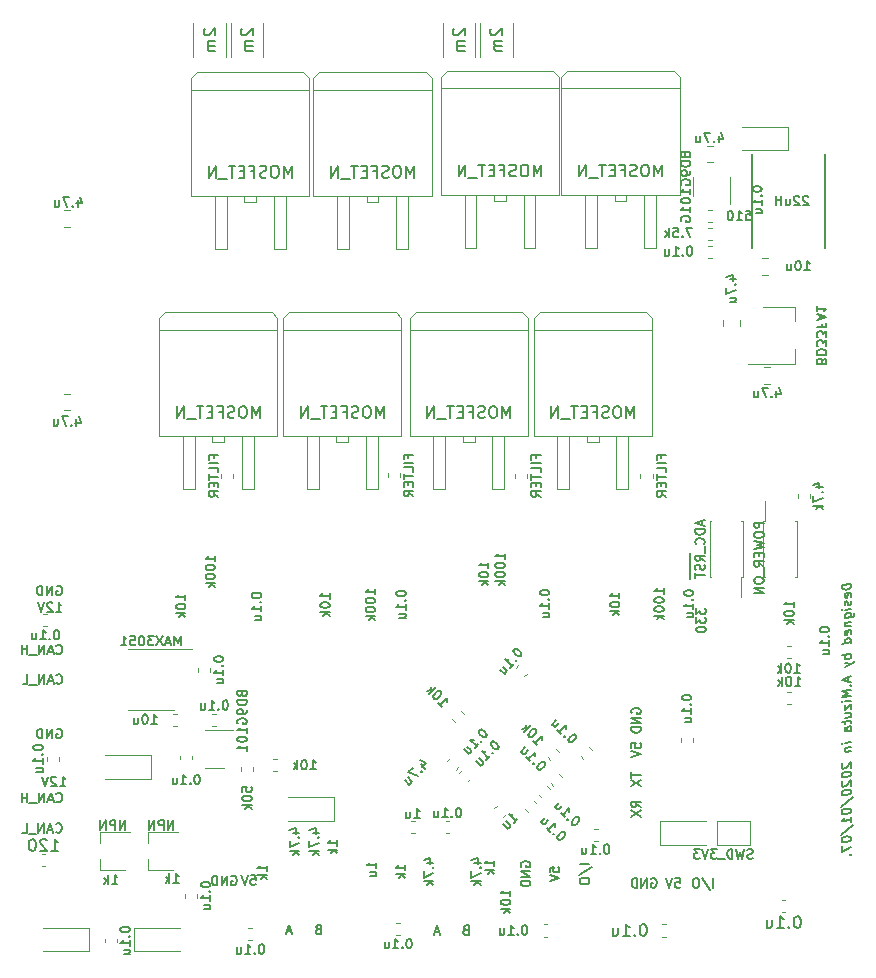
<source format=gbr>
G04 #@! TF.GenerationSoftware,KiCad,Pcbnew,(5.1.4)-1*
G04 #@! TF.CreationDate,2020-01-28T00:34:58+09:00*
G04 #@! TF.ProjectId,NormalMD,4e6f726d-616c-44d4-942e-6b696361645f,rev?*
G04 #@! TF.SameCoordinates,Original*
G04 #@! TF.FileFunction,Legend,Bot*
G04 #@! TF.FilePolarity,Positive*
%FSLAX46Y46*%
G04 Gerber Fmt 4.6, Leading zero omitted, Abs format (unit mm)*
G04 Created by KiCad (PCBNEW (5.1.4)-1) date 2020-01-28 00:34:58*
%MOMM*%
%LPD*%
G04 APERTURE LIST*
%ADD10C,0.150000*%
%ADD11C,0.200000*%
%ADD12C,0.100000*%
%ADD13C,0.120000*%
G04 APERTURE END LIST*
D10*
X112140476Y-132133333D02*
X111759523Y-132133333D01*
X112216666Y-132361904D02*
X111950000Y-131561904D01*
X111683333Y-132361904D01*
X114392857Y-131942857D02*
X114278571Y-131980952D01*
X114240476Y-132019047D01*
X114202380Y-132095238D01*
X114202380Y-132209523D01*
X114240476Y-132285714D01*
X114278571Y-132323809D01*
X114354761Y-132361904D01*
X114659523Y-132361904D01*
X114659523Y-131561904D01*
X114392857Y-131561904D01*
X114316666Y-131600000D01*
X114278571Y-131638095D01*
X114240476Y-131714285D01*
X114240476Y-131790476D01*
X114278571Y-131866666D01*
X114316666Y-131904761D01*
X114392857Y-131942857D01*
X114659523Y-131942857D01*
X101892857Y-131892857D02*
X101778571Y-131930952D01*
X101740476Y-131969047D01*
X101702380Y-132045238D01*
X101702380Y-132159523D01*
X101740476Y-132235714D01*
X101778571Y-132273809D01*
X101854761Y-132311904D01*
X102159523Y-132311904D01*
X102159523Y-131511904D01*
X101892857Y-131511904D01*
X101816666Y-131550000D01*
X101778571Y-131588095D01*
X101740476Y-131664285D01*
X101740476Y-131740476D01*
X101778571Y-131816666D01*
X101816666Y-131854761D01*
X101892857Y-131892857D01*
X102159523Y-131892857D01*
X99640476Y-132083333D02*
X99259523Y-132083333D01*
X99716666Y-132311904D02*
X99450000Y-131511904D01*
X99183333Y-132311904D01*
X121511904Y-127047619D02*
X121511904Y-126666666D01*
X121892857Y-126628571D01*
X121854761Y-126666666D01*
X121816666Y-126742857D01*
X121816666Y-126933333D01*
X121854761Y-127009523D01*
X121892857Y-127047619D01*
X121969047Y-127085714D01*
X122159523Y-127085714D01*
X122235714Y-127047619D01*
X122273809Y-127009523D01*
X122311904Y-126933333D01*
X122311904Y-126742857D01*
X122273809Y-126666666D01*
X122235714Y-126628571D01*
X121511904Y-127314285D02*
X122311904Y-127580952D01*
X121511904Y-127847619D01*
X80045238Y-119761904D02*
X80502380Y-119761904D01*
X80273809Y-119761904D02*
X80273809Y-118961904D01*
X80350000Y-119076190D01*
X80426190Y-119152380D01*
X80502380Y-119190476D01*
X79740476Y-119038095D02*
X79702380Y-119000000D01*
X79626190Y-118961904D01*
X79435714Y-118961904D01*
X79359523Y-119000000D01*
X79321428Y-119038095D01*
X79283333Y-119114285D01*
X79283333Y-119190476D01*
X79321428Y-119304761D01*
X79778571Y-119761904D01*
X79283333Y-119761904D01*
X79054761Y-118961904D02*
X78788095Y-119761904D01*
X78521428Y-118961904D01*
X79759523Y-114950000D02*
X79835714Y-114911904D01*
X79950000Y-114911904D01*
X80064285Y-114950000D01*
X80140476Y-115026190D01*
X80178571Y-115102380D01*
X80216666Y-115254761D01*
X80216666Y-115369047D01*
X80178571Y-115521428D01*
X80140476Y-115597619D01*
X80064285Y-115673809D01*
X79950000Y-115711904D01*
X79873809Y-115711904D01*
X79759523Y-115673809D01*
X79721428Y-115635714D01*
X79721428Y-115369047D01*
X79873809Y-115369047D01*
X79378571Y-115711904D02*
X79378571Y-114911904D01*
X78921428Y-115711904D01*
X78921428Y-114911904D01*
X78540476Y-115711904D02*
X78540476Y-114911904D01*
X78350000Y-114911904D01*
X78235714Y-114950000D01*
X78159523Y-115026190D01*
X78121428Y-115102380D01*
X78083333Y-115254761D01*
X78083333Y-115369047D01*
X78121428Y-115521428D01*
X78159523Y-115597619D01*
X78235714Y-115673809D01*
X78350000Y-115711904D01*
X78540476Y-115711904D01*
X79738095Y-121085714D02*
X79776190Y-121123809D01*
X79890476Y-121161904D01*
X79966666Y-121161904D01*
X80080952Y-121123809D01*
X80157142Y-121047619D01*
X80195238Y-120971428D01*
X80233333Y-120819047D01*
X80233333Y-120704761D01*
X80195238Y-120552380D01*
X80157142Y-120476190D01*
X80080952Y-120400000D01*
X79966666Y-120361904D01*
X79890476Y-120361904D01*
X79776190Y-120400000D01*
X79738095Y-120438095D01*
X79433333Y-120933333D02*
X79052380Y-120933333D01*
X79509523Y-121161904D02*
X79242857Y-120361904D01*
X78976190Y-121161904D01*
X78709523Y-121161904D02*
X78709523Y-120361904D01*
X78252380Y-121161904D01*
X78252380Y-120361904D01*
X78061904Y-121238095D02*
X77452380Y-121238095D01*
X77261904Y-121161904D02*
X77261904Y-120361904D01*
X77261904Y-120742857D02*
X76804761Y-120742857D01*
X76804761Y-121161904D02*
X76804761Y-120361904D01*
X79692857Y-123635714D02*
X79730952Y-123673809D01*
X79845238Y-123711904D01*
X79921428Y-123711904D01*
X80035714Y-123673809D01*
X80111904Y-123597619D01*
X80150000Y-123521428D01*
X80188095Y-123369047D01*
X80188095Y-123254761D01*
X80150000Y-123102380D01*
X80111904Y-123026190D01*
X80035714Y-122950000D01*
X79921428Y-122911904D01*
X79845238Y-122911904D01*
X79730952Y-122950000D01*
X79692857Y-122988095D01*
X79388095Y-123483333D02*
X79007142Y-123483333D01*
X79464285Y-123711904D02*
X79197619Y-122911904D01*
X78930952Y-123711904D01*
X78664285Y-123711904D02*
X78664285Y-122911904D01*
X78207142Y-123711904D01*
X78207142Y-122911904D01*
X78016666Y-123788095D02*
X77407142Y-123788095D01*
X76835714Y-123711904D02*
X77216666Y-123711904D01*
X77216666Y-122911904D01*
X79742857Y-111035714D02*
X79780952Y-111073809D01*
X79895238Y-111111904D01*
X79971428Y-111111904D01*
X80085714Y-111073809D01*
X80161904Y-110997619D01*
X80200000Y-110921428D01*
X80238095Y-110769047D01*
X80238095Y-110654761D01*
X80200000Y-110502380D01*
X80161904Y-110426190D01*
X80085714Y-110350000D01*
X79971428Y-110311904D01*
X79895238Y-110311904D01*
X79780952Y-110350000D01*
X79742857Y-110388095D01*
X79438095Y-110883333D02*
X79057142Y-110883333D01*
X79514285Y-111111904D02*
X79247619Y-110311904D01*
X78980952Y-111111904D01*
X78714285Y-111111904D02*
X78714285Y-110311904D01*
X78257142Y-111111904D01*
X78257142Y-110311904D01*
X78066666Y-111188095D02*
X77457142Y-111188095D01*
X76885714Y-111111904D02*
X77266666Y-111111904D01*
X77266666Y-110311904D01*
X79738095Y-108535714D02*
X79776190Y-108573809D01*
X79890476Y-108611904D01*
X79966666Y-108611904D01*
X80080952Y-108573809D01*
X80157142Y-108497619D01*
X80195238Y-108421428D01*
X80233333Y-108269047D01*
X80233333Y-108154761D01*
X80195238Y-108002380D01*
X80157142Y-107926190D01*
X80080952Y-107850000D01*
X79966666Y-107811904D01*
X79890476Y-107811904D01*
X79776190Y-107850000D01*
X79738095Y-107888095D01*
X79433333Y-108383333D02*
X79052380Y-108383333D01*
X79509523Y-108611904D02*
X79242857Y-107811904D01*
X78976190Y-108611904D01*
X78709523Y-108611904D02*
X78709523Y-107811904D01*
X78252380Y-108611904D01*
X78252380Y-107811904D01*
X78061904Y-108688095D02*
X77452380Y-108688095D01*
X77261904Y-108611904D02*
X77261904Y-107811904D01*
X77261904Y-108192857D02*
X76804761Y-108192857D01*
X76804761Y-108611904D02*
X76804761Y-107811904D01*
X79695238Y-105011904D02*
X80152380Y-105011904D01*
X79923809Y-105011904D02*
X79923809Y-104211904D01*
X80000000Y-104326190D01*
X80076190Y-104402380D01*
X80152380Y-104440476D01*
X79390476Y-104288095D02*
X79352380Y-104250000D01*
X79276190Y-104211904D01*
X79085714Y-104211904D01*
X79009523Y-104250000D01*
X78971428Y-104288095D01*
X78933333Y-104364285D01*
X78933333Y-104440476D01*
X78971428Y-104554761D01*
X79428571Y-105011904D01*
X78933333Y-105011904D01*
X78704761Y-104211904D02*
X78438095Y-105011904D01*
X78171428Y-104211904D01*
X79759523Y-102850000D02*
X79835714Y-102811904D01*
X79950000Y-102811904D01*
X80064285Y-102850000D01*
X80140476Y-102926190D01*
X80178571Y-103002380D01*
X80216666Y-103154761D01*
X80216666Y-103269047D01*
X80178571Y-103421428D01*
X80140476Y-103497619D01*
X80064285Y-103573809D01*
X79950000Y-103611904D01*
X79873809Y-103611904D01*
X79759523Y-103573809D01*
X79721428Y-103535714D01*
X79721428Y-103269047D01*
X79873809Y-103269047D01*
X79378571Y-103611904D02*
X79378571Y-102811904D01*
X78921428Y-103611904D01*
X78921428Y-102811904D01*
X78540476Y-103611904D02*
X78540476Y-102811904D01*
X78350000Y-102811904D01*
X78235714Y-102850000D01*
X78159523Y-102926190D01*
X78121428Y-103002380D01*
X78083333Y-103154761D01*
X78083333Y-103269047D01*
X78121428Y-103421428D01*
X78159523Y-103497619D01*
X78235714Y-103573809D01*
X78350000Y-103611904D01*
X78540476Y-103611904D01*
X96202380Y-127311904D02*
X96583333Y-127311904D01*
X96621428Y-127692857D01*
X96583333Y-127654761D01*
X96507142Y-127616666D01*
X96316666Y-127616666D01*
X96240476Y-127654761D01*
X96202380Y-127692857D01*
X96164285Y-127769047D01*
X96164285Y-127959523D01*
X96202380Y-128035714D01*
X96240476Y-128073809D01*
X96316666Y-128111904D01*
X96507142Y-128111904D01*
X96583333Y-128073809D01*
X96621428Y-128035714D01*
X95935714Y-127311904D02*
X95669047Y-128111904D01*
X95402380Y-127311904D01*
X94559523Y-127400000D02*
X94635714Y-127361904D01*
X94750000Y-127361904D01*
X94864285Y-127400000D01*
X94940476Y-127476190D01*
X94978571Y-127552380D01*
X95016666Y-127704761D01*
X95016666Y-127819047D01*
X94978571Y-127971428D01*
X94940476Y-128047619D01*
X94864285Y-128123809D01*
X94750000Y-128161904D01*
X94673809Y-128161904D01*
X94559523Y-128123809D01*
X94521428Y-128085714D01*
X94521428Y-127819047D01*
X94673809Y-127819047D01*
X94178571Y-128161904D02*
X94178571Y-127361904D01*
X93721428Y-128161904D01*
X93721428Y-127361904D01*
X93340476Y-128161904D02*
X93340476Y-127361904D01*
X93150000Y-127361904D01*
X93035714Y-127400000D01*
X92959523Y-127476190D01*
X92921428Y-127552380D01*
X92883333Y-127704761D01*
X92883333Y-127819047D01*
X92921428Y-127971428D01*
X92959523Y-128047619D01*
X93035714Y-128123809D01*
X93150000Y-128161904D01*
X93340476Y-128161904D01*
X129211904Y-121566666D02*
X128830952Y-121300000D01*
X129211904Y-121109523D02*
X128411904Y-121109523D01*
X128411904Y-121414285D01*
X128450000Y-121490476D01*
X128488095Y-121528571D01*
X128564285Y-121566666D01*
X128678571Y-121566666D01*
X128754761Y-121528571D01*
X128792857Y-121490476D01*
X128830952Y-121414285D01*
X128830952Y-121109523D01*
X128411904Y-121833333D02*
X129211904Y-122366666D01*
X128411904Y-122366666D02*
X129211904Y-121833333D01*
X128411904Y-118590476D02*
X128411904Y-119047619D01*
X129211904Y-118819047D02*
X128411904Y-118819047D01*
X128411904Y-119238095D02*
X129211904Y-119771428D01*
X128411904Y-119771428D02*
X129211904Y-119238095D01*
X128450000Y-113590476D02*
X128411904Y-113514285D01*
X128411904Y-113400000D01*
X128450000Y-113285714D01*
X128526190Y-113209523D01*
X128602380Y-113171428D01*
X128754761Y-113133333D01*
X128869047Y-113133333D01*
X129021428Y-113171428D01*
X129097619Y-113209523D01*
X129173809Y-113285714D01*
X129211904Y-113400000D01*
X129211904Y-113476190D01*
X129173809Y-113590476D01*
X129135714Y-113628571D01*
X128869047Y-113628571D01*
X128869047Y-113476190D01*
X129211904Y-113971428D02*
X128411904Y-113971428D01*
X129211904Y-114428571D01*
X128411904Y-114428571D01*
X129211904Y-114809523D02*
X128411904Y-114809523D01*
X128411904Y-115000000D01*
X128450000Y-115114285D01*
X128526190Y-115190476D01*
X128602380Y-115228571D01*
X128754761Y-115266666D01*
X128869047Y-115266666D01*
X129021428Y-115228571D01*
X129097619Y-115190476D01*
X129173809Y-115114285D01*
X129211904Y-115000000D01*
X129211904Y-114809523D01*
X128411904Y-116547619D02*
X128411904Y-116166666D01*
X128792857Y-116128571D01*
X128754761Y-116166666D01*
X128716666Y-116242857D01*
X128716666Y-116433333D01*
X128754761Y-116509523D01*
X128792857Y-116547619D01*
X128869047Y-116585714D01*
X129059523Y-116585714D01*
X129135714Y-116547619D01*
X129173809Y-116509523D01*
X129211904Y-116433333D01*
X129211904Y-116242857D01*
X129173809Y-116166666D01*
X129135714Y-116128571D01*
X128411904Y-116814285D02*
X129211904Y-117080952D01*
X128411904Y-117347619D01*
X119100000Y-126590476D02*
X119061904Y-126514285D01*
X119061904Y-126400000D01*
X119100000Y-126285714D01*
X119176190Y-126209523D01*
X119252380Y-126171428D01*
X119404761Y-126133333D01*
X119519047Y-126133333D01*
X119671428Y-126171428D01*
X119747619Y-126209523D01*
X119823809Y-126285714D01*
X119861904Y-126400000D01*
X119861904Y-126476190D01*
X119823809Y-126590476D01*
X119785714Y-126628571D01*
X119519047Y-126628571D01*
X119519047Y-126476190D01*
X119861904Y-126971428D02*
X119061904Y-126971428D01*
X119861904Y-127428571D01*
X119061904Y-127428571D01*
X119861904Y-127809523D02*
X119061904Y-127809523D01*
X119061904Y-128000000D01*
X119100000Y-128114285D01*
X119176190Y-128190476D01*
X119252380Y-128228571D01*
X119404761Y-128266666D01*
X119519047Y-128266666D01*
X119671428Y-128228571D01*
X119747619Y-128190476D01*
X119823809Y-128114285D01*
X119861904Y-128000000D01*
X119861904Y-127809523D01*
X124861904Y-126361904D02*
X124061904Y-126361904D01*
X124023809Y-127314285D02*
X125052380Y-126628571D01*
X124061904Y-127733333D02*
X124061904Y-127885714D01*
X124100000Y-127961904D01*
X124176190Y-128038095D01*
X124328571Y-128076190D01*
X124595238Y-128076190D01*
X124747619Y-128038095D01*
X124823809Y-127961904D01*
X124861904Y-127885714D01*
X124861904Y-127733333D01*
X124823809Y-127657142D01*
X124747619Y-127580952D01*
X124595238Y-127542857D01*
X124328571Y-127542857D01*
X124176190Y-127580952D01*
X124100000Y-127657142D01*
X124061904Y-127733333D01*
X135338095Y-128361904D02*
X135338095Y-127561904D01*
X134385714Y-127523809D02*
X135071428Y-128552380D01*
X133966666Y-127561904D02*
X133814285Y-127561904D01*
X133738095Y-127600000D01*
X133661904Y-127676190D01*
X133623809Y-127828571D01*
X133623809Y-128095238D01*
X133661904Y-128247619D01*
X133738095Y-128323809D01*
X133814285Y-128361904D01*
X133966666Y-128361904D01*
X134042857Y-128323809D01*
X134119047Y-128247619D01*
X134157142Y-128095238D01*
X134157142Y-127828571D01*
X134119047Y-127676190D01*
X134042857Y-127600000D01*
X133966666Y-127561904D01*
X132152380Y-127561904D02*
X132533333Y-127561904D01*
X132571428Y-127942857D01*
X132533333Y-127904761D01*
X132457142Y-127866666D01*
X132266666Y-127866666D01*
X132190476Y-127904761D01*
X132152380Y-127942857D01*
X132114285Y-128019047D01*
X132114285Y-128209523D01*
X132152380Y-128285714D01*
X132190476Y-128323809D01*
X132266666Y-128361904D01*
X132457142Y-128361904D01*
X132533333Y-128323809D01*
X132571428Y-128285714D01*
X131885714Y-127561904D02*
X131619047Y-128361904D01*
X131352380Y-127561904D01*
X130109523Y-127600000D02*
X130185714Y-127561904D01*
X130300000Y-127561904D01*
X130414285Y-127600000D01*
X130490476Y-127676190D01*
X130528571Y-127752380D01*
X130566666Y-127904761D01*
X130566666Y-128019047D01*
X130528571Y-128171428D01*
X130490476Y-128247619D01*
X130414285Y-128323809D01*
X130300000Y-128361904D01*
X130223809Y-128361904D01*
X130109523Y-128323809D01*
X130071428Y-128285714D01*
X130071428Y-128019047D01*
X130223809Y-128019047D01*
X129728571Y-128361904D02*
X129728571Y-127561904D01*
X129271428Y-128361904D01*
X129271428Y-127561904D01*
X128890476Y-128361904D02*
X128890476Y-127561904D01*
X128700000Y-127561904D01*
X128585714Y-127600000D01*
X128509523Y-127676190D01*
X128471428Y-127752380D01*
X128433333Y-127904761D01*
X128433333Y-128019047D01*
X128471428Y-128171428D01*
X128509523Y-128247619D01*
X128585714Y-128323809D01*
X128700000Y-128361904D01*
X128890476Y-128361904D01*
D11*
X147011904Y-102625238D02*
X146211904Y-102725238D01*
X146211904Y-102915714D01*
X146250000Y-103025238D01*
X146326190Y-103091904D01*
X146402380Y-103120476D01*
X146554761Y-103139523D01*
X146669047Y-103125238D01*
X146821428Y-103068095D01*
X146897619Y-103020476D01*
X146973809Y-102934761D01*
X147011904Y-102815714D01*
X147011904Y-102625238D01*
X146973809Y-103734761D02*
X147011904Y-103653809D01*
X147011904Y-103501428D01*
X146973809Y-103430000D01*
X146897619Y-103401428D01*
X146592857Y-103439523D01*
X146516666Y-103487142D01*
X146478571Y-103568095D01*
X146478571Y-103720476D01*
X146516666Y-103791904D01*
X146592857Y-103820476D01*
X146669047Y-103810952D01*
X146745238Y-103420476D01*
X146973809Y-104077619D02*
X147011904Y-104149047D01*
X147011904Y-104301428D01*
X146973809Y-104382380D01*
X146897619Y-104430000D01*
X146859523Y-104434761D01*
X146783333Y-104406190D01*
X146745238Y-104334761D01*
X146745238Y-104220476D01*
X146707142Y-104149047D01*
X146630952Y-104120476D01*
X146592857Y-104125238D01*
X146516666Y-104172857D01*
X146478571Y-104253809D01*
X146478571Y-104368095D01*
X146516666Y-104439523D01*
X147011904Y-104758571D02*
X146478571Y-104825238D01*
X146211904Y-104858571D02*
X146250000Y-104815714D01*
X146288095Y-104849047D01*
X146250000Y-104891904D01*
X146211904Y-104858571D01*
X146288095Y-104849047D01*
X146478571Y-105549047D02*
X147126190Y-105468095D01*
X147202380Y-105420476D01*
X147240476Y-105377619D01*
X147278571Y-105296666D01*
X147278571Y-105182380D01*
X147240476Y-105110952D01*
X146973809Y-105487142D02*
X147011904Y-105406190D01*
X147011904Y-105253809D01*
X146973809Y-105182380D01*
X146935714Y-105149047D01*
X146859523Y-105120476D01*
X146630952Y-105149047D01*
X146554761Y-105196666D01*
X146516666Y-105239523D01*
X146478571Y-105320476D01*
X146478571Y-105472857D01*
X146516666Y-105544285D01*
X146478571Y-105930000D02*
X147011904Y-105863333D01*
X146554761Y-105920476D02*
X146516666Y-105963333D01*
X146478571Y-106044285D01*
X146478571Y-106158571D01*
X146516666Y-106230000D01*
X146592857Y-106258571D01*
X147011904Y-106206190D01*
X146973809Y-106896666D02*
X147011904Y-106815714D01*
X147011904Y-106663333D01*
X146973809Y-106591904D01*
X146897619Y-106563333D01*
X146592857Y-106601428D01*
X146516666Y-106649047D01*
X146478571Y-106730000D01*
X146478571Y-106882380D01*
X146516666Y-106953809D01*
X146592857Y-106982380D01*
X146669047Y-106972857D01*
X146745238Y-106582380D01*
X147011904Y-107615714D02*
X146211904Y-107715714D01*
X146973809Y-107620476D02*
X147011904Y-107539523D01*
X147011904Y-107387142D01*
X146973809Y-107315714D01*
X146935714Y-107282380D01*
X146859523Y-107253809D01*
X146630952Y-107282380D01*
X146554761Y-107330000D01*
X146516666Y-107372857D01*
X146478571Y-107453809D01*
X146478571Y-107606190D01*
X146516666Y-107677619D01*
X147011904Y-108606190D02*
X146211904Y-108706190D01*
X146516666Y-108668095D02*
X146478571Y-108749047D01*
X146478571Y-108901428D01*
X146516666Y-108972857D01*
X146554761Y-109006190D01*
X146630952Y-109034761D01*
X146859523Y-109006190D01*
X146935714Y-108958571D01*
X146973809Y-108915714D01*
X147011904Y-108834761D01*
X147011904Y-108682380D01*
X146973809Y-108610952D01*
X146478571Y-109320476D02*
X147011904Y-109444285D01*
X146478571Y-109701428D02*
X147011904Y-109444285D01*
X147202380Y-109344285D01*
X147240476Y-109301428D01*
X147278571Y-109220476D01*
X146783333Y-110539523D02*
X146783333Y-110920476D01*
X147011904Y-110434761D02*
X146211904Y-110801428D01*
X147011904Y-110968095D01*
X146935714Y-111244285D02*
X146973809Y-111277619D01*
X147011904Y-111234761D01*
X146973809Y-111201428D01*
X146935714Y-111244285D01*
X147011904Y-111234761D01*
X147011904Y-111615714D02*
X146211904Y-111715714D01*
X146783333Y-111910952D01*
X146211904Y-112249047D01*
X147011904Y-112149047D01*
X147011904Y-112530000D02*
X146478571Y-112596666D01*
X146211904Y-112630000D02*
X146250000Y-112587142D01*
X146288095Y-112620476D01*
X146250000Y-112663333D01*
X146211904Y-112630000D01*
X146288095Y-112620476D01*
X146478571Y-112901428D02*
X146478571Y-113320476D01*
X147011904Y-112834761D01*
X147011904Y-113253809D01*
X146478571Y-113968095D02*
X147011904Y-113901428D01*
X146478571Y-113625238D02*
X146897619Y-113572857D01*
X146973809Y-113601428D01*
X147011904Y-113672857D01*
X147011904Y-113787142D01*
X146973809Y-113868095D01*
X146935714Y-113910952D01*
X146478571Y-114234761D02*
X146478571Y-114539523D01*
X146211904Y-114382380D02*
X146897619Y-114296666D01*
X146973809Y-114325238D01*
X147011904Y-114396666D01*
X147011904Y-114472857D01*
X147011904Y-115082380D02*
X146592857Y-115134761D01*
X146516666Y-115106190D01*
X146478571Y-115034761D01*
X146478571Y-114882380D01*
X146516666Y-114801428D01*
X146973809Y-115087142D02*
X147011904Y-115006190D01*
X147011904Y-114815714D01*
X146973809Y-114744285D01*
X146897619Y-114715714D01*
X146821428Y-114725238D01*
X146745238Y-114772857D01*
X146707142Y-114853809D01*
X146707142Y-115044285D01*
X146669047Y-115125238D01*
X147011904Y-116072857D02*
X146478571Y-116139523D01*
X146211904Y-116172857D02*
X146250000Y-116130000D01*
X146288095Y-116163333D01*
X146250000Y-116206190D01*
X146211904Y-116172857D01*
X146288095Y-116163333D01*
X146478571Y-116520476D02*
X147011904Y-116453809D01*
X146554761Y-116510952D02*
X146516666Y-116553809D01*
X146478571Y-116634761D01*
X146478571Y-116749047D01*
X146516666Y-116820476D01*
X146592857Y-116849047D01*
X147011904Y-116796666D01*
X146288095Y-117839523D02*
X146250000Y-117882380D01*
X146211904Y-117963333D01*
X146211904Y-118153809D01*
X146250000Y-118225238D01*
X146288095Y-118258571D01*
X146364285Y-118287142D01*
X146440476Y-118277619D01*
X146554761Y-118225238D01*
X147011904Y-117710952D01*
X147011904Y-118206190D01*
X146211904Y-118801428D02*
X146211904Y-118877619D01*
X146250000Y-118949047D01*
X146288095Y-118982380D01*
X146364285Y-119010952D01*
X146516666Y-119030000D01*
X146707142Y-119006190D01*
X146859523Y-118949047D01*
X146935714Y-118901428D01*
X146973809Y-118858571D01*
X147011904Y-118777619D01*
X147011904Y-118701428D01*
X146973809Y-118630000D01*
X146935714Y-118596666D01*
X146859523Y-118568095D01*
X146707142Y-118549047D01*
X146516666Y-118572857D01*
X146364285Y-118630000D01*
X146288095Y-118677619D01*
X146250000Y-118720476D01*
X146211904Y-118801428D01*
X146288095Y-119363333D02*
X146250000Y-119406190D01*
X146211904Y-119487142D01*
X146211904Y-119677619D01*
X146250000Y-119749047D01*
X146288095Y-119782380D01*
X146364285Y-119810952D01*
X146440476Y-119801428D01*
X146554761Y-119749047D01*
X147011904Y-119234761D01*
X147011904Y-119730000D01*
X146211904Y-120325238D02*
X146211904Y-120401428D01*
X146250000Y-120472857D01*
X146288095Y-120506190D01*
X146364285Y-120534761D01*
X146516666Y-120553809D01*
X146707142Y-120530000D01*
X146859523Y-120472857D01*
X146935714Y-120425238D01*
X146973809Y-120382380D01*
X147011904Y-120301428D01*
X147011904Y-120225238D01*
X146973809Y-120153809D01*
X146935714Y-120120476D01*
X146859523Y-120091904D01*
X146707142Y-120072857D01*
X146516666Y-120096666D01*
X146364285Y-120153809D01*
X146288095Y-120201428D01*
X146250000Y-120244285D01*
X146211904Y-120325238D01*
X146173809Y-121510952D02*
X147202380Y-120696666D01*
X146211904Y-121925238D02*
X146211904Y-122001428D01*
X146250000Y-122072857D01*
X146288095Y-122106190D01*
X146364285Y-122134761D01*
X146516666Y-122153809D01*
X146707142Y-122130000D01*
X146859523Y-122072857D01*
X146935714Y-122025238D01*
X146973809Y-121982380D01*
X147011904Y-121901428D01*
X147011904Y-121825238D01*
X146973809Y-121753809D01*
X146935714Y-121720476D01*
X146859523Y-121691904D01*
X146707142Y-121672857D01*
X146516666Y-121696666D01*
X146364285Y-121753809D01*
X146288095Y-121801428D01*
X146250000Y-121844285D01*
X146211904Y-121925238D01*
X147011904Y-122853809D02*
X147011904Y-122396666D01*
X147011904Y-122625238D02*
X146211904Y-122725238D01*
X146326190Y-122634761D01*
X146402380Y-122549047D01*
X146440476Y-122468095D01*
X146173809Y-123872857D02*
X147202380Y-123058571D01*
X146211904Y-124287142D02*
X146211904Y-124363333D01*
X146250000Y-124434761D01*
X146288095Y-124468095D01*
X146364285Y-124496666D01*
X146516666Y-124515714D01*
X146707142Y-124491904D01*
X146859523Y-124434761D01*
X146935714Y-124387142D01*
X146973809Y-124344285D01*
X147011904Y-124263333D01*
X147011904Y-124187142D01*
X146973809Y-124115714D01*
X146935714Y-124082380D01*
X146859523Y-124053809D01*
X146707142Y-124034761D01*
X146516666Y-124058571D01*
X146364285Y-124115714D01*
X146288095Y-124163333D01*
X146250000Y-124206190D01*
X146211904Y-124287142D01*
X146211904Y-124820476D02*
X146211904Y-125353809D01*
X147011904Y-124910952D01*
X146935714Y-125568095D02*
X146973809Y-125601428D01*
X147011904Y-125558571D01*
X146973809Y-125525238D01*
X146935714Y-125568095D01*
X147011904Y-125558571D01*
D12*
X109650000Y-90150000D02*
X119650000Y-90150000D01*
X109650000Y-90150000D02*
X109650000Y-81150000D01*
X109650000Y-81150000D02*
X119650000Y-81150000D01*
X119650000Y-81150000D02*
X119650000Y-90150000D01*
X119650000Y-81150000D02*
X119650000Y-80150000D01*
X109650000Y-81150000D02*
X109650000Y-80150000D01*
X109650000Y-80150000D02*
X110150000Y-79650000D01*
X119150000Y-79650000D02*
X119650000Y-80150000D01*
X110150000Y-79650000D02*
X119150000Y-79650000D01*
X116650000Y-94650000D02*
X116650000Y-90150000D01*
X117650000Y-94650000D02*
X116650000Y-94650000D01*
X117650000Y-90150000D02*
X117650000Y-94650000D01*
X111650000Y-94650000D02*
X111650000Y-90150000D01*
X112650000Y-94650000D02*
X111650000Y-94650000D01*
X112650000Y-90150000D02*
X112650000Y-94650000D01*
X114150000Y-90650000D02*
X114150000Y-90150000D01*
X115150000Y-90650000D02*
X114150000Y-90650000D01*
X115150000Y-90150000D02*
X115150000Y-90650000D01*
X117800000Y-69700000D02*
X117800000Y-70200000D01*
X117800000Y-70200000D02*
X116800000Y-70200000D01*
X116800000Y-70200000D02*
X116800000Y-69700000D01*
X115300000Y-69700000D02*
X115300000Y-74200000D01*
X115300000Y-74200000D02*
X114300000Y-74200000D01*
X114300000Y-74200000D02*
X114300000Y-69700000D01*
X120300000Y-69700000D02*
X120300000Y-74200000D01*
X120300000Y-74200000D02*
X119300000Y-74200000D01*
X119300000Y-74200000D02*
X119300000Y-69700000D01*
X112800000Y-59200000D02*
X121800000Y-59200000D01*
X121800000Y-59200000D02*
X122300000Y-59700000D01*
X112300000Y-59700000D02*
X112800000Y-59200000D01*
X112300000Y-60700000D02*
X112300000Y-59700000D01*
X122300000Y-60700000D02*
X122300000Y-59700000D01*
X122300000Y-60700000D02*
X122300000Y-69700000D01*
X112300000Y-60700000D02*
X122300000Y-60700000D01*
X112300000Y-69700000D02*
X112300000Y-60700000D01*
X112300000Y-69700000D02*
X122300000Y-69700000D01*
D13*
X113504478Y-114350727D02*
X113274273Y-114120522D01*
X114225727Y-113629478D02*
X113995522Y-113399273D01*
X141700000Y-63950000D02*
X141700000Y-65950000D01*
X141700000Y-65950000D02*
X137800000Y-65950000D01*
X141700000Y-63950000D02*
X137800000Y-63950000D01*
X87750000Y-117150000D02*
X87750000Y-119150000D01*
X87750000Y-119150000D02*
X83850000Y-119150000D01*
X87750000Y-117150000D02*
X83850000Y-117150000D01*
X78812779Y-125540000D02*
X78487221Y-125540000D01*
X78812779Y-126560000D02*
X78487221Y-126560000D01*
X141462779Y-129390000D02*
X141137221Y-129390000D01*
X141462779Y-130410000D02*
X141137221Y-130410000D01*
X119424273Y-121720522D02*
X119654478Y-121950727D01*
X120145522Y-120999273D02*
X120375727Y-121229478D01*
X124845522Y-116499273D02*
X125075727Y-116729478D01*
X124124273Y-117220522D02*
X124354478Y-117450727D01*
X78637221Y-105240000D02*
X78962779Y-105240000D01*
X78637221Y-106260000D02*
X78962779Y-106260000D01*
X118612076Y-109804712D02*
X118829917Y-109562775D01*
X119370083Y-110487225D02*
X119587924Y-110245288D01*
X117775727Y-122145522D02*
X117545522Y-122375727D01*
X117054478Y-121424273D02*
X116824273Y-121654478D01*
X79960000Y-117287221D02*
X79960000Y-117612779D01*
X78940000Y-117287221D02*
X78940000Y-117612779D01*
X132615000Y-115737221D02*
X132615000Y-116062779D01*
X133635000Y-115737221D02*
X133635000Y-116062779D01*
X120987221Y-131490000D02*
X121312779Y-131490000D01*
X120987221Y-132510000D02*
X121312779Y-132510000D01*
X135212779Y-74040000D02*
X134887221Y-74040000D01*
X135212779Y-75060000D02*
X134887221Y-75060000D01*
X139491422Y-76460000D02*
X140008578Y-76460000D01*
X139491422Y-75040000D02*
X140008578Y-75040000D01*
X136190000Y-80291422D02*
X136190000Y-80808578D01*
X137610000Y-80291422D02*
X137610000Y-80808578D01*
X139666422Y-84290000D02*
X140183578Y-84290000D01*
X139666422Y-85710000D02*
X140183578Y-85710000D01*
X130850000Y-124750000D02*
X134750000Y-124750000D01*
X130850000Y-122750000D02*
X134750000Y-122750000D01*
X130850000Y-124750000D02*
X130850000Y-122750000D01*
X103250000Y-120700000D02*
X103250000Y-122700000D01*
X103250000Y-122700000D02*
X99350000Y-122700000D01*
X103250000Y-120700000D02*
X99350000Y-120700000D01*
X138500000Y-124750000D02*
X138500000Y-122750000D01*
X135700000Y-124750000D02*
X138500000Y-124750000D01*
X135700000Y-122750000D02*
X135700000Y-124750000D01*
X138500000Y-122750000D02*
X135700000Y-122750000D01*
D10*
X144850000Y-66250000D02*
X144850000Y-74250000D01*
X138650000Y-66250000D02*
X138650000Y-74250000D01*
D13*
X141912779Y-108970000D02*
X141587221Y-108970000D01*
X141912779Y-107950000D02*
X141587221Y-107950000D01*
X141962779Y-112800000D02*
X141637221Y-112800000D01*
X141962779Y-111780000D02*
X141637221Y-111780000D01*
X121324273Y-117345522D02*
X121554478Y-117575727D01*
X122045522Y-116624273D02*
X122275727Y-116854478D01*
X135212779Y-73510000D02*
X134887221Y-73510000D01*
X135212779Y-72490000D02*
X134887221Y-72490000D01*
X134887221Y-72010000D02*
X135212779Y-72010000D01*
X134887221Y-70990000D02*
X135212779Y-70990000D01*
X94710000Y-93337221D02*
X94710000Y-93662779D01*
X93690000Y-93337221D02*
X93690000Y-93662779D01*
X107840000Y-93612779D02*
X107840000Y-93287221D01*
X108860000Y-93612779D02*
X108860000Y-93287221D01*
X96410000Y-118462779D02*
X96410000Y-118137221D01*
X95390000Y-118462779D02*
X95390000Y-118137221D01*
X98087221Y-118510000D02*
X98412779Y-118510000D01*
X98087221Y-117490000D02*
X98412779Y-117490000D01*
X142490000Y-95362779D02*
X142490000Y-95037221D01*
X143510000Y-95362779D02*
X143510000Y-95037221D01*
X87750000Y-108190000D02*
X91200000Y-108190000D01*
X87750000Y-108190000D02*
X85800000Y-108190000D01*
X87750000Y-113310000D02*
X89700000Y-113310000D01*
X87750000Y-113310000D02*
X85800000Y-113310000D01*
X93950000Y-118200000D02*
X92350000Y-118200000D01*
X92350000Y-115000000D02*
X94650000Y-115000000D01*
X137700000Y-102100000D02*
X137700000Y-103800000D01*
X135200000Y-97300000D02*
X135050000Y-97300000D01*
X135050000Y-97300000D02*
X135050000Y-102100000D01*
X135050000Y-102100000D02*
X135200000Y-102100000D01*
X137700000Y-102100000D02*
X137850000Y-102100000D01*
X137850000Y-102100000D02*
X137850000Y-97300000D01*
X137850000Y-97300000D02*
X137700000Y-97300000D01*
X136800000Y-68200000D02*
X136800000Y-70500000D01*
X133600000Y-69800000D02*
X133600000Y-68200000D01*
X142280000Y-80400000D02*
X142280000Y-79200000D01*
X142280000Y-79200000D02*
X139580000Y-79200000D01*
X138280000Y-84000000D02*
X142280000Y-84000000D01*
X142280000Y-84000000D02*
X142280000Y-82800000D01*
X139600000Y-102100000D02*
X139750000Y-102100000D01*
X139600000Y-97300000D02*
X139600000Y-102100000D01*
X139750000Y-97300000D02*
X139600000Y-97300000D01*
X142400000Y-97300000D02*
X142250000Y-97300000D01*
X142400000Y-102100000D02*
X142400000Y-97300000D01*
X142250000Y-102100000D02*
X142400000Y-102100000D01*
X139750000Y-97300000D02*
X139750000Y-95600000D01*
X134791422Y-66960000D02*
X135308578Y-66960000D01*
X134791422Y-65540000D02*
X135308578Y-65540000D01*
X95987221Y-132810000D02*
X96312779Y-132810000D01*
X95987221Y-131790000D02*
X96312779Y-131790000D01*
X90190000Y-117187221D02*
X90190000Y-117512779D01*
X91210000Y-117187221D02*
X91210000Y-117512779D01*
X92937221Y-114660000D02*
X93262779Y-114660000D01*
X92937221Y-113640000D02*
X93262779Y-113640000D01*
X92760000Y-110112779D02*
X92760000Y-109787221D01*
X91740000Y-110112779D02*
X91740000Y-109787221D01*
X80908578Y-71040000D02*
X80391422Y-71040000D01*
X80908578Y-72460000D02*
X80391422Y-72460000D01*
X80908578Y-87960000D02*
X80391422Y-87960000D01*
X80908578Y-86540000D02*
X80391422Y-86540000D01*
X108487221Y-132410000D02*
X108812779Y-132410000D01*
X108487221Y-131390000D02*
X108812779Y-131390000D01*
X130987221Y-132510000D02*
X131312779Y-132510000D01*
X130987221Y-131490000D02*
X131312779Y-131490000D01*
X89937779Y-113640000D02*
X89612221Y-113640000D01*
X89937779Y-114660000D02*
X89612221Y-114660000D01*
X118590000Y-93337221D02*
X118590000Y-93662779D01*
X119610000Y-93337221D02*
X119610000Y-93662779D01*
X130210000Y-93337221D02*
X130210000Y-93662779D01*
X129190000Y-93337221D02*
X129190000Y-93662779D01*
X114054478Y-118424273D02*
X113824273Y-118654478D01*
X114775727Y-119145522D02*
X114545522Y-119375727D01*
X122295522Y-118774273D02*
X122525727Y-119004478D01*
X121574273Y-119495522D02*
X121804478Y-119725727D01*
X113775727Y-118145522D02*
X113545522Y-118375727D01*
X113054478Y-117424273D02*
X112824273Y-117654478D01*
X120574273Y-120495522D02*
X120804478Y-120725727D01*
X121295522Y-119774273D02*
X121525727Y-120004478D01*
X125237221Y-123390000D02*
X125562779Y-123390000D01*
X125237221Y-124410000D02*
X125562779Y-124410000D01*
X113012779Y-122690000D02*
X112687221Y-122690000D01*
X113012779Y-123710000D02*
X112687221Y-123710000D01*
X109737221Y-122690000D02*
X110062779Y-122690000D01*
X109737221Y-123710000D02*
X110062779Y-123710000D01*
D12*
X91150000Y-69800000D02*
X101150000Y-69800000D01*
X91150000Y-69800000D02*
X91150000Y-60800000D01*
X91150000Y-60800000D02*
X101150000Y-60800000D01*
X101150000Y-60800000D02*
X101150000Y-69800000D01*
X101150000Y-60800000D02*
X101150000Y-59800000D01*
X91150000Y-60800000D02*
X91150000Y-59800000D01*
X91150000Y-59800000D02*
X91650000Y-59300000D01*
X100650000Y-59300000D02*
X101150000Y-59800000D01*
X91650000Y-59300000D02*
X100650000Y-59300000D01*
X98150000Y-74300000D02*
X98150000Y-69800000D01*
X99150000Y-74300000D02*
X98150000Y-74300000D01*
X99150000Y-69800000D02*
X99150000Y-74300000D01*
X93150000Y-74300000D02*
X93150000Y-69800000D01*
X94150000Y-74300000D02*
X93150000Y-74300000D01*
X94150000Y-69800000D02*
X94150000Y-74300000D01*
X95650000Y-70300000D02*
X95650000Y-69800000D01*
X96650000Y-70300000D02*
X95650000Y-70300000D01*
X96650000Y-69800000D02*
X96650000Y-70300000D01*
X93950000Y-90150000D02*
X93950000Y-90650000D01*
X93950000Y-90650000D02*
X92950000Y-90650000D01*
X92950000Y-90650000D02*
X92950000Y-90150000D01*
X91450000Y-90150000D02*
X91450000Y-94650000D01*
X91450000Y-94650000D02*
X90450000Y-94650000D01*
X90450000Y-94650000D02*
X90450000Y-90150000D01*
X96450000Y-90150000D02*
X96450000Y-94650000D01*
X96450000Y-94650000D02*
X95450000Y-94650000D01*
X95450000Y-94650000D02*
X95450000Y-90150000D01*
X88950000Y-79650000D02*
X97950000Y-79650000D01*
X97950000Y-79650000D02*
X98450000Y-80150000D01*
X88450000Y-80150000D02*
X88950000Y-79650000D01*
X88450000Y-81150000D02*
X88450000Y-80150000D01*
X98450000Y-81150000D02*
X98450000Y-80150000D01*
X98450000Y-81150000D02*
X98450000Y-90150000D01*
X88450000Y-81150000D02*
X98450000Y-81150000D01*
X88450000Y-90150000D02*
X88450000Y-81150000D01*
X88450000Y-90150000D02*
X98450000Y-90150000D01*
X101500000Y-69800000D02*
X111500000Y-69800000D01*
X101500000Y-69800000D02*
X101500000Y-60800000D01*
X101500000Y-60800000D02*
X111500000Y-60800000D01*
X111500000Y-60800000D02*
X111500000Y-69800000D01*
X111500000Y-60800000D02*
X111500000Y-59800000D01*
X101500000Y-60800000D02*
X101500000Y-59800000D01*
X101500000Y-59800000D02*
X102000000Y-59300000D01*
X111000000Y-59300000D02*
X111500000Y-59800000D01*
X102000000Y-59300000D02*
X111000000Y-59300000D01*
X108500000Y-74300000D02*
X108500000Y-69800000D01*
X109500000Y-74300000D02*
X108500000Y-74300000D01*
X109500000Y-69800000D02*
X109500000Y-74300000D01*
X103500000Y-74300000D02*
X103500000Y-69800000D01*
X104500000Y-74300000D02*
X103500000Y-74300000D01*
X104500000Y-69800000D02*
X104500000Y-74300000D01*
X106000000Y-70300000D02*
X106000000Y-69800000D01*
X107000000Y-70300000D02*
X106000000Y-70300000D01*
X107000000Y-69800000D02*
X107000000Y-70300000D01*
X104450000Y-90150000D02*
X104450000Y-90650000D01*
X104450000Y-90650000D02*
X103450000Y-90650000D01*
X103450000Y-90650000D02*
X103450000Y-90150000D01*
X101950000Y-90150000D02*
X101950000Y-94650000D01*
X101950000Y-94650000D02*
X100950000Y-94650000D01*
X100950000Y-94650000D02*
X100950000Y-90150000D01*
X106950000Y-90150000D02*
X106950000Y-94650000D01*
X106950000Y-94650000D02*
X105950000Y-94650000D01*
X105950000Y-94650000D02*
X105950000Y-90150000D01*
X99450000Y-79650000D02*
X108450000Y-79650000D01*
X108450000Y-79650000D02*
X108950000Y-80150000D01*
X98950000Y-80150000D02*
X99450000Y-79650000D01*
X98950000Y-81150000D02*
X98950000Y-80150000D01*
X108950000Y-81150000D02*
X108950000Y-80150000D01*
X108950000Y-81150000D02*
X108950000Y-90150000D01*
X98950000Y-81150000D02*
X108950000Y-81150000D01*
X98950000Y-90150000D02*
X98950000Y-81150000D01*
X98950000Y-90150000D02*
X108950000Y-90150000D01*
X122500000Y-69700000D02*
X132500000Y-69700000D01*
X122500000Y-69700000D02*
X122500000Y-60700000D01*
X122500000Y-60700000D02*
X132500000Y-60700000D01*
X132500000Y-60700000D02*
X132500000Y-69700000D01*
X132500000Y-60700000D02*
X132500000Y-59700000D01*
X122500000Y-60700000D02*
X122500000Y-59700000D01*
X122500000Y-59700000D02*
X123000000Y-59200000D01*
X132000000Y-59200000D02*
X132500000Y-59700000D01*
X123000000Y-59200000D02*
X132000000Y-59200000D01*
X129500000Y-74200000D02*
X129500000Y-69700000D01*
X130500000Y-74200000D02*
X129500000Y-74200000D01*
X130500000Y-69700000D02*
X130500000Y-74200000D01*
X124500000Y-74200000D02*
X124500000Y-69700000D01*
X125500000Y-74200000D02*
X124500000Y-74200000D01*
X125500000Y-69700000D02*
X125500000Y-74200000D01*
X127000000Y-70200000D02*
X127000000Y-69700000D01*
X128000000Y-70200000D02*
X127000000Y-70200000D01*
X128000000Y-69700000D02*
X128000000Y-70200000D01*
X125650000Y-90150000D02*
X125650000Y-90650000D01*
X125650000Y-90650000D02*
X124650000Y-90650000D01*
X124650000Y-90650000D02*
X124650000Y-90150000D01*
X123150000Y-90150000D02*
X123150000Y-94650000D01*
X123150000Y-94650000D02*
X122150000Y-94650000D01*
X122150000Y-94650000D02*
X122150000Y-90150000D01*
X128150000Y-90150000D02*
X128150000Y-94650000D01*
X128150000Y-94650000D02*
X127150000Y-94650000D01*
X127150000Y-94650000D02*
X127150000Y-90150000D01*
X120650000Y-79650000D02*
X129650000Y-79650000D01*
X129650000Y-79650000D02*
X130150000Y-80150000D01*
X120150000Y-80150000D02*
X120650000Y-79650000D01*
X120150000Y-81150000D02*
X120150000Y-80150000D01*
X130150000Y-81150000D02*
X130150000Y-80150000D01*
X130150000Y-81150000D02*
X130150000Y-90150000D01*
X120150000Y-81150000D02*
X130150000Y-81150000D01*
X120150000Y-90150000D02*
X120150000Y-81150000D01*
X120150000Y-90150000D02*
X130150000Y-90150000D01*
D13*
X83890000Y-132687221D02*
X83890000Y-133012779D01*
X84910000Y-132687221D02*
X84910000Y-133012779D01*
X90640000Y-129212779D02*
X90640000Y-128887221D01*
X91660000Y-129212779D02*
X91660000Y-128887221D01*
X82500000Y-131750000D02*
X78600000Y-131750000D01*
X82500000Y-133750000D02*
X78600000Y-133750000D01*
X82500000Y-131750000D02*
X82500000Y-133750000D01*
X86300000Y-133750000D02*
X86300000Y-131750000D01*
X86300000Y-131750000D02*
X90200000Y-131750000D01*
X86300000Y-133750000D02*
X90200000Y-133750000D01*
X83425000Y-123640000D02*
X83425000Y-124550000D01*
X83425000Y-125950000D02*
X83425000Y-126860000D01*
X86000000Y-123640000D02*
X83425000Y-123640000D01*
X85575000Y-126860000D02*
X83425000Y-126860000D01*
X89625000Y-126860000D02*
X87475000Y-126860000D01*
X90050000Y-123640000D02*
X87475000Y-123640000D01*
X87475000Y-125950000D02*
X87475000Y-126860000D01*
X87475000Y-123640000D02*
X87475000Y-124550000D01*
X94060000Y-55197936D02*
X94060000Y-58002064D01*
X91340000Y-55197936D02*
X91340000Y-58002064D01*
X94540000Y-55197936D02*
X94540000Y-58002064D01*
X97260000Y-55197936D02*
X97260000Y-58002064D01*
X115210000Y-55197936D02*
X115210000Y-58002064D01*
X112490000Y-55197936D02*
X112490000Y-58002064D01*
X115640000Y-55197936D02*
X115640000Y-58002064D01*
X118360000Y-55197936D02*
X118360000Y-58002064D01*
D10*
X118150000Y-88602380D02*
X118150000Y-87602380D01*
X117816666Y-88316666D01*
X117483333Y-87602380D01*
X117483333Y-88602380D01*
X116816666Y-87602380D02*
X116626190Y-87602380D01*
X116530952Y-87650000D01*
X116435714Y-87745238D01*
X116388095Y-87935714D01*
X116388095Y-88269047D01*
X116435714Y-88459523D01*
X116530952Y-88554761D01*
X116626190Y-88602380D01*
X116816666Y-88602380D01*
X116911904Y-88554761D01*
X117007142Y-88459523D01*
X117054761Y-88269047D01*
X117054761Y-87935714D01*
X117007142Y-87745238D01*
X116911904Y-87650000D01*
X116816666Y-87602380D01*
X116007142Y-88554761D02*
X115864285Y-88602380D01*
X115626190Y-88602380D01*
X115530952Y-88554761D01*
X115483333Y-88507142D01*
X115435714Y-88411904D01*
X115435714Y-88316666D01*
X115483333Y-88221428D01*
X115530952Y-88173809D01*
X115626190Y-88126190D01*
X115816666Y-88078571D01*
X115911904Y-88030952D01*
X115959523Y-87983333D01*
X116007142Y-87888095D01*
X116007142Y-87792857D01*
X115959523Y-87697619D01*
X115911904Y-87650000D01*
X115816666Y-87602380D01*
X115578571Y-87602380D01*
X115435714Y-87650000D01*
X114673809Y-88078571D02*
X115007142Y-88078571D01*
X115007142Y-88602380D02*
X115007142Y-87602380D01*
X114530952Y-87602380D01*
X114150000Y-88078571D02*
X113816666Y-88078571D01*
X113673809Y-88602380D02*
X114150000Y-88602380D01*
X114150000Y-87602380D01*
X113673809Y-87602380D01*
X113388095Y-87602380D02*
X112816666Y-87602380D01*
X113102380Y-88602380D02*
X113102380Y-87602380D01*
X112721428Y-88697619D02*
X111959523Y-88697619D01*
X111721428Y-88602380D02*
X111721428Y-87602380D01*
X111150000Y-88602380D01*
X111150000Y-87602380D01*
X120800000Y-68152380D02*
X120800000Y-67152380D01*
X120466666Y-67866666D01*
X120133333Y-67152380D01*
X120133333Y-68152380D01*
X119466666Y-67152380D02*
X119276190Y-67152380D01*
X119180952Y-67200000D01*
X119085714Y-67295238D01*
X119038095Y-67485714D01*
X119038095Y-67819047D01*
X119085714Y-68009523D01*
X119180952Y-68104761D01*
X119276190Y-68152380D01*
X119466666Y-68152380D01*
X119561904Y-68104761D01*
X119657142Y-68009523D01*
X119704761Y-67819047D01*
X119704761Y-67485714D01*
X119657142Y-67295238D01*
X119561904Y-67200000D01*
X119466666Y-67152380D01*
X118657142Y-68104761D02*
X118514285Y-68152380D01*
X118276190Y-68152380D01*
X118180952Y-68104761D01*
X118133333Y-68057142D01*
X118085714Y-67961904D01*
X118085714Y-67866666D01*
X118133333Y-67771428D01*
X118180952Y-67723809D01*
X118276190Y-67676190D01*
X118466666Y-67628571D01*
X118561904Y-67580952D01*
X118609523Y-67533333D01*
X118657142Y-67438095D01*
X118657142Y-67342857D01*
X118609523Y-67247619D01*
X118561904Y-67200000D01*
X118466666Y-67152380D01*
X118228571Y-67152380D01*
X118085714Y-67200000D01*
X117323809Y-67628571D02*
X117657142Y-67628571D01*
X117657142Y-68152380D02*
X117657142Y-67152380D01*
X117180952Y-67152380D01*
X116800000Y-67628571D02*
X116466666Y-67628571D01*
X116323809Y-68152380D02*
X116800000Y-68152380D01*
X116800000Y-67152380D01*
X116323809Y-67152380D01*
X116038095Y-67152380D02*
X115466666Y-67152380D01*
X115752380Y-68152380D02*
X115752380Y-67152380D01*
X115371428Y-68247619D02*
X114609523Y-68247619D01*
X114371428Y-68152380D02*
X114371428Y-67152380D01*
X113800000Y-68152380D01*
X113800000Y-67152380D01*
X112080812Y-112717622D02*
X112404061Y-113040871D01*
X112242436Y-112879247D02*
X112808122Y-112313561D01*
X112781184Y-112448248D01*
X112781184Y-112555998D01*
X112808122Y-112636810D01*
X112296311Y-111801751D02*
X112242436Y-111747876D01*
X112161624Y-111720938D01*
X112107749Y-111720938D01*
X112026937Y-111747876D01*
X111892250Y-111828688D01*
X111757563Y-111963375D01*
X111676751Y-112098062D01*
X111649813Y-112178874D01*
X111649813Y-112232749D01*
X111676751Y-112313561D01*
X111730625Y-112367436D01*
X111811438Y-112394374D01*
X111865312Y-112394374D01*
X111946125Y-112367436D01*
X112080812Y-112286624D01*
X112215499Y-112151937D01*
X112296311Y-112017250D01*
X112323248Y-111936438D01*
X112323248Y-111882563D01*
X112296311Y-111801751D01*
X111299627Y-111936438D02*
X111865312Y-111370752D01*
X111461251Y-111667064D02*
X111084128Y-111720938D01*
X111461251Y-111343815D02*
X111461251Y-111774813D01*
X79316666Y-125252380D02*
X79888095Y-125252380D01*
X79602380Y-125252380D02*
X79602380Y-124252380D01*
X79697619Y-124395238D01*
X79792857Y-124490476D01*
X79888095Y-124538095D01*
X78935714Y-124347619D02*
X78888095Y-124300000D01*
X78792857Y-124252380D01*
X78554761Y-124252380D01*
X78459523Y-124300000D01*
X78411904Y-124347619D01*
X78364285Y-124442857D01*
X78364285Y-124538095D01*
X78411904Y-124680952D01*
X78983333Y-125252380D01*
X78364285Y-125252380D01*
X77745238Y-124252380D02*
X77650000Y-124252380D01*
X77554761Y-124300000D01*
X77507142Y-124347619D01*
X77459523Y-124442857D01*
X77411904Y-124633333D01*
X77411904Y-124871428D01*
X77459523Y-125061904D01*
X77507142Y-125157142D01*
X77554761Y-125204761D01*
X77650000Y-125252380D01*
X77745238Y-125252380D01*
X77840476Y-125204761D01*
X77888095Y-125157142D01*
X77935714Y-125061904D01*
X77983333Y-124871428D01*
X77983333Y-124633333D01*
X77935714Y-124442857D01*
X77888095Y-124347619D01*
X77840476Y-124300000D01*
X77745238Y-124252380D01*
X142514285Y-130782380D02*
X142419047Y-130782380D01*
X142323809Y-130830000D01*
X142276190Y-130877619D01*
X142228571Y-130972857D01*
X142180952Y-131163333D01*
X142180952Y-131401428D01*
X142228571Y-131591904D01*
X142276190Y-131687142D01*
X142323809Y-131734761D01*
X142419047Y-131782380D01*
X142514285Y-131782380D01*
X142609523Y-131734761D01*
X142657142Y-131687142D01*
X142704761Y-131591904D01*
X142752380Y-131401428D01*
X142752380Y-131163333D01*
X142704761Y-130972857D01*
X142657142Y-130877619D01*
X142609523Y-130830000D01*
X142514285Y-130782380D01*
X141752380Y-131687142D02*
X141704761Y-131734761D01*
X141752380Y-131782380D01*
X141800000Y-131734761D01*
X141752380Y-131687142D01*
X141752380Y-131782380D01*
X140752380Y-131782380D02*
X141323809Y-131782380D01*
X141038095Y-131782380D02*
X141038095Y-130782380D01*
X141133333Y-130925238D01*
X141228571Y-131020476D01*
X141323809Y-131068095D01*
X139895238Y-131115714D02*
X139895238Y-131782380D01*
X140323809Y-131115714D02*
X140323809Y-131639523D01*
X140276190Y-131734761D01*
X140180952Y-131782380D01*
X140038095Y-131782380D01*
X139942857Y-131734761D01*
X139895238Y-131687142D01*
X122796683Y-123727123D02*
X122742809Y-123673248D01*
X122661996Y-123646311D01*
X122608122Y-123646311D01*
X122527309Y-123673248D01*
X122392622Y-123754061D01*
X122257935Y-123888748D01*
X122177123Y-124023435D01*
X122150186Y-124104247D01*
X122150186Y-124158122D01*
X122177123Y-124238934D01*
X122230998Y-124292809D01*
X122311810Y-124319746D01*
X122365685Y-124319746D01*
X122446497Y-124292809D01*
X122581184Y-124211996D01*
X122715871Y-124077309D01*
X122796683Y-123942622D01*
X122823621Y-123861810D01*
X122823621Y-123807935D01*
X122796683Y-123727123D01*
X121853874Y-123807935D02*
X121800000Y-123807935D01*
X121800000Y-123861810D01*
X121853874Y-123861810D01*
X121853874Y-123807935D01*
X121800000Y-123861810D01*
X121234314Y-123296125D02*
X121557563Y-123619374D01*
X121395938Y-123457749D02*
X121961624Y-122892064D01*
X121934687Y-123026751D01*
X121934687Y-123134500D01*
X121961624Y-123215312D01*
X121126564Y-122434128D02*
X120749441Y-122811251D01*
X121369001Y-122676564D02*
X121072690Y-122972876D01*
X120991877Y-122999813D01*
X120911065Y-122972876D01*
X120830253Y-122892064D01*
X120803316Y-122811251D01*
X120803316Y-122757377D01*
X123721683Y-115477123D02*
X123667809Y-115423248D01*
X123586996Y-115396311D01*
X123533122Y-115396311D01*
X123452309Y-115423248D01*
X123317622Y-115504061D01*
X123182935Y-115638748D01*
X123102123Y-115773435D01*
X123075186Y-115854247D01*
X123075186Y-115908122D01*
X123102123Y-115988934D01*
X123155998Y-116042809D01*
X123236810Y-116069746D01*
X123290685Y-116069746D01*
X123371497Y-116042809D01*
X123506184Y-115961996D01*
X123640871Y-115827309D01*
X123721683Y-115692622D01*
X123748621Y-115611810D01*
X123748621Y-115557935D01*
X123721683Y-115477123D01*
X122778874Y-115557935D02*
X122725000Y-115557935D01*
X122725000Y-115611810D01*
X122778874Y-115611810D01*
X122778874Y-115557935D01*
X122725000Y-115611810D01*
X122159314Y-115046125D02*
X122482563Y-115369374D01*
X122320938Y-115207749D02*
X122886624Y-114642064D01*
X122859687Y-114776751D01*
X122859687Y-114884500D01*
X122886624Y-114965312D01*
X122051564Y-114184128D02*
X121674441Y-114561251D01*
X122294001Y-114426564D02*
X121997690Y-114722876D01*
X121916877Y-114749813D01*
X121836065Y-114722876D01*
X121755253Y-114642064D01*
X121728316Y-114561251D01*
X121728316Y-114507377D01*
X79771428Y-106561904D02*
X79695238Y-106561904D01*
X79619047Y-106600000D01*
X79580952Y-106638095D01*
X79542857Y-106714285D01*
X79504761Y-106866666D01*
X79504761Y-107057142D01*
X79542857Y-107209523D01*
X79580952Y-107285714D01*
X79619047Y-107323809D01*
X79695238Y-107361904D01*
X79771428Y-107361904D01*
X79847619Y-107323809D01*
X79885714Y-107285714D01*
X79923809Y-107209523D01*
X79961904Y-107057142D01*
X79961904Y-106866666D01*
X79923809Y-106714285D01*
X79885714Y-106638095D01*
X79847619Y-106600000D01*
X79771428Y-106561904D01*
X79161904Y-107285714D02*
X79123809Y-107323809D01*
X79161904Y-107361904D01*
X79200000Y-107323809D01*
X79161904Y-107285714D01*
X79161904Y-107361904D01*
X78361904Y-107361904D02*
X78819047Y-107361904D01*
X78590476Y-107361904D02*
X78590476Y-106561904D01*
X78666666Y-106676190D01*
X78742857Y-106752380D01*
X78819047Y-106790476D01*
X77676190Y-106828571D02*
X77676190Y-107361904D01*
X78019047Y-106828571D02*
X78019047Y-107247619D01*
X77980952Y-107323809D01*
X77904761Y-107361904D01*
X77790476Y-107361904D01*
X77714285Y-107323809D01*
X77676190Y-107285714D01*
X118491798Y-108170186D02*
X118440817Y-108226807D01*
X118418145Y-108308918D01*
X118420965Y-108362719D01*
X118452095Y-108442011D01*
X118539845Y-108572284D01*
X118681397Y-108699737D01*
X118820128Y-108773390D01*
X118902240Y-108796061D01*
X118956041Y-108793241D01*
X119035332Y-108762111D01*
X119086314Y-108705491D01*
X119108985Y-108623380D01*
X119106165Y-108569579D01*
X119075035Y-108490287D01*
X118987285Y-108360014D01*
X118845734Y-108232561D01*
X118707002Y-108158908D01*
X118624891Y-108136237D01*
X118571090Y-108139057D01*
X118491798Y-108170186D01*
X118621842Y-109107474D02*
X118624662Y-109161275D01*
X118678463Y-109158455D01*
X118675643Y-109104654D01*
X118621842Y-109107474D01*
X118678463Y-109158455D01*
X118143158Y-109752971D02*
X118449046Y-109413248D01*
X118296102Y-109583110D02*
X117701586Y-109047805D01*
X117837499Y-109067657D01*
X117945101Y-109062017D01*
X118024392Y-109030888D01*
X117287982Y-109905687D02*
X117684326Y-110262556D01*
X117517398Y-109650894D02*
X117828811Y-109931292D01*
X117859941Y-110010583D01*
X117837270Y-110092695D01*
X117760798Y-110177625D01*
X117681506Y-110208755D01*
X117627705Y-110211575D01*
X118450186Y-122886625D02*
X118773435Y-122563376D01*
X118611810Y-122725001D02*
X118046125Y-122159315D01*
X118180812Y-122186252D01*
X118288561Y-122186252D01*
X118369374Y-122159315D01*
X117588189Y-122994375D02*
X117965312Y-123371498D01*
X117830625Y-122751938D02*
X118126937Y-123048249D01*
X118153874Y-123129062D01*
X118126937Y-123209874D01*
X118046125Y-123290686D01*
X117965312Y-123317623D01*
X117911438Y-123317623D01*
X77761904Y-116478571D02*
X77761904Y-116554761D01*
X77800000Y-116630952D01*
X77838095Y-116669047D01*
X77914285Y-116707142D01*
X78066666Y-116745238D01*
X78257142Y-116745238D01*
X78409523Y-116707142D01*
X78485714Y-116669047D01*
X78523809Y-116630952D01*
X78561904Y-116554761D01*
X78561904Y-116478571D01*
X78523809Y-116402380D01*
X78485714Y-116364285D01*
X78409523Y-116326190D01*
X78257142Y-116288095D01*
X78066666Y-116288095D01*
X77914285Y-116326190D01*
X77838095Y-116364285D01*
X77800000Y-116402380D01*
X77761904Y-116478571D01*
X78485714Y-117088095D02*
X78523809Y-117126190D01*
X78561904Y-117088095D01*
X78523809Y-117050000D01*
X78485714Y-117088095D01*
X78561904Y-117088095D01*
X78561904Y-117888095D02*
X78561904Y-117430952D01*
X78561904Y-117659523D02*
X77761904Y-117659523D01*
X77876190Y-117583333D01*
X77952380Y-117507142D01*
X77990476Y-117430952D01*
X78028571Y-118573809D02*
X78561904Y-118573809D01*
X78028571Y-118230952D02*
X78447619Y-118230952D01*
X78523809Y-118269047D01*
X78561904Y-118345238D01*
X78561904Y-118459523D01*
X78523809Y-118535714D01*
X78485714Y-118573809D01*
X132686904Y-112228571D02*
X132686904Y-112304761D01*
X132725000Y-112380952D01*
X132763095Y-112419047D01*
X132839285Y-112457142D01*
X132991666Y-112495238D01*
X133182142Y-112495238D01*
X133334523Y-112457142D01*
X133410714Y-112419047D01*
X133448809Y-112380952D01*
X133486904Y-112304761D01*
X133486904Y-112228571D01*
X133448809Y-112152380D01*
X133410714Y-112114285D01*
X133334523Y-112076190D01*
X133182142Y-112038095D01*
X132991666Y-112038095D01*
X132839285Y-112076190D01*
X132763095Y-112114285D01*
X132725000Y-112152380D01*
X132686904Y-112228571D01*
X133410714Y-112838095D02*
X133448809Y-112876190D01*
X133486904Y-112838095D01*
X133448809Y-112800000D01*
X133410714Y-112838095D01*
X133486904Y-112838095D01*
X133486904Y-113638095D02*
X133486904Y-113180952D01*
X133486904Y-113409523D02*
X132686904Y-113409523D01*
X132801190Y-113333333D01*
X132877380Y-113257142D01*
X132915476Y-113180952D01*
X132953571Y-114323809D02*
X133486904Y-114323809D01*
X132953571Y-113980952D02*
X133372619Y-113980952D01*
X133448809Y-114019047D01*
X133486904Y-114095238D01*
X133486904Y-114209523D01*
X133448809Y-114285714D01*
X133410714Y-114323809D01*
X119421428Y-131561904D02*
X119345238Y-131561904D01*
X119269047Y-131600000D01*
X119230952Y-131638095D01*
X119192857Y-131714285D01*
X119154761Y-131866666D01*
X119154761Y-132057142D01*
X119192857Y-132209523D01*
X119230952Y-132285714D01*
X119269047Y-132323809D01*
X119345238Y-132361904D01*
X119421428Y-132361904D01*
X119497619Y-132323809D01*
X119535714Y-132285714D01*
X119573809Y-132209523D01*
X119611904Y-132057142D01*
X119611904Y-131866666D01*
X119573809Y-131714285D01*
X119535714Y-131638095D01*
X119497619Y-131600000D01*
X119421428Y-131561904D01*
X118811904Y-132285714D02*
X118773809Y-132323809D01*
X118811904Y-132361904D01*
X118850000Y-132323809D01*
X118811904Y-132285714D01*
X118811904Y-132361904D01*
X118011904Y-132361904D02*
X118469047Y-132361904D01*
X118240476Y-132361904D02*
X118240476Y-131561904D01*
X118316666Y-131676190D01*
X118392857Y-131752380D01*
X118469047Y-131790476D01*
X117326190Y-131828571D02*
X117326190Y-132361904D01*
X117669047Y-131828571D02*
X117669047Y-132247619D01*
X117630952Y-132323809D01*
X117554761Y-132361904D01*
X117440476Y-132361904D01*
X117364285Y-132323809D01*
X117326190Y-132285714D01*
X133371428Y-74061904D02*
X133295238Y-74061904D01*
X133219047Y-74100000D01*
X133180952Y-74138095D01*
X133142857Y-74214285D01*
X133104761Y-74366666D01*
X133104761Y-74557142D01*
X133142857Y-74709523D01*
X133180952Y-74785714D01*
X133219047Y-74823809D01*
X133295238Y-74861904D01*
X133371428Y-74861904D01*
X133447619Y-74823809D01*
X133485714Y-74785714D01*
X133523809Y-74709523D01*
X133561904Y-74557142D01*
X133561904Y-74366666D01*
X133523809Y-74214285D01*
X133485714Y-74138095D01*
X133447619Y-74100000D01*
X133371428Y-74061904D01*
X132761904Y-74785714D02*
X132723809Y-74823809D01*
X132761904Y-74861904D01*
X132800000Y-74823809D01*
X132761904Y-74785714D01*
X132761904Y-74861904D01*
X131961904Y-74861904D02*
X132419047Y-74861904D01*
X132190476Y-74861904D02*
X132190476Y-74061904D01*
X132266666Y-74176190D01*
X132342857Y-74252380D01*
X132419047Y-74290476D01*
X131276190Y-74328571D02*
X131276190Y-74861904D01*
X131619047Y-74328571D02*
X131619047Y-74747619D01*
X131580952Y-74823809D01*
X131504761Y-74861904D01*
X131390476Y-74861904D01*
X131314285Y-74823809D01*
X131276190Y-74785714D01*
X143064285Y-76111904D02*
X143521428Y-76111904D01*
X143292857Y-76111904D02*
X143292857Y-75311904D01*
X143369047Y-75426190D01*
X143445238Y-75502380D01*
X143521428Y-75540476D01*
X142569047Y-75311904D02*
X142492857Y-75311904D01*
X142416666Y-75350000D01*
X142378571Y-75388095D01*
X142340476Y-75464285D01*
X142302380Y-75616666D01*
X142302380Y-75807142D01*
X142340476Y-75959523D01*
X142378571Y-76035714D01*
X142416666Y-76073809D01*
X142492857Y-76111904D01*
X142569047Y-76111904D01*
X142645238Y-76073809D01*
X142683333Y-76035714D01*
X142721428Y-75959523D01*
X142759523Y-75807142D01*
X142759523Y-75616666D01*
X142721428Y-75464285D01*
X142683333Y-75388095D01*
X142645238Y-75350000D01*
X142569047Y-75311904D01*
X141616666Y-75578571D02*
X141616666Y-76111904D01*
X141959523Y-75578571D02*
X141959523Y-75997619D01*
X141921428Y-76073809D01*
X141845238Y-76111904D01*
X141730952Y-76111904D01*
X141654761Y-76073809D01*
X141616666Y-76035714D01*
X136728571Y-76869047D02*
X137261904Y-76869047D01*
X136423809Y-76678571D02*
X136995238Y-76488095D01*
X136995238Y-76983333D01*
X137185714Y-77288095D02*
X137223809Y-77326190D01*
X137261904Y-77288095D01*
X137223809Y-77250000D01*
X137185714Y-77288095D01*
X137261904Y-77288095D01*
X136461904Y-77592857D02*
X136461904Y-78126190D01*
X137261904Y-77783333D01*
X136728571Y-78773809D02*
X137261904Y-78773809D01*
X136728571Y-78430952D02*
X137147619Y-78430952D01*
X137223809Y-78469047D01*
X137261904Y-78545238D01*
X137261904Y-78659523D01*
X137223809Y-78735714D01*
X137185714Y-78773809D01*
X140705952Y-86328571D02*
X140705952Y-86861904D01*
X140896428Y-86023809D02*
X141086904Y-86595238D01*
X140591666Y-86595238D01*
X140286904Y-86785714D02*
X140248809Y-86823809D01*
X140286904Y-86861904D01*
X140325000Y-86823809D01*
X140286904Y-86785714D01*
X140286904Y-86861904D01*
X139982142Y-86061904D02*
X139448809Y-86061904D01*
X139791666Y-86861904D01*
X138801190Y-86328571D02*
X138801190Y-86861904D01*
X139144047Y-86328571D02*
X139144047Y-86747619D01*
X139105952Y-86823809D01*
X139029761Y-86861904D01*
X138915476Y-86861904D01*
X138839285Y-86823809D01*
X138801190Y-86785714D01*
X138695238Y-125873809D02*
X138580952Y-125911904D01*
X138390476Y-125911904D01*
X138314285Y-125873809D01*
X138276190Y-125835714D01*
X138238095Y-125759523D01*
X138238095Y-125683333D01*
X138276190Y-125607142D01*
X138314285Y-125569047D01*
X138390476Y-125530952D01*
X138542857Y-125492857D01*
X138619047Y-125454761D01*
X138657142Y-125416666D01*
X138695238Y-125340476D01*
X138695238Y-125264285D01*
X138657142Y-125188095D01*
X138619047Y-125150000D01*
X138542857Y-125111904D01*
X138352380Y-125111904D01*
X138238095Y-125150000D01*
X137971428Y-125111904D02*
X137780952Y-125911904D01*
X137628571Y-125340476D01*
X137476190Y-125911904D01*
X137285714Y-125111904D01*
X136980952Y-125911904D02*
X136980952Y-125111904D01*
X136790476Y-125111904D01*
X136676190Y-125150000D01*
X136600000Y-125226190D01*
X136561904Y-125302380D01*
X136523809Y-125454761D01*
X136523809Y-125569047D01*
X136561904Y-125721428D01*
X136600000Y-125797619D01*
X136676190Y-125873809D01*
X136790476Y-125911904D01*
X136980952Y-125911904D01*
X136371428Y-125988095D02*
X135761904Y-125988095D01*
X135647619Y-125111904D02*
X135152380Y-125111904D01*
X135419047Y-125416666D01*
X135304761Y-125416666D01*
X135228571Y-125454761D01*
X135190476Y-125492857D01*
X135152380Y-125569047D01*
X135152380Y-125759523D01*
X135190476Y-125835714D01*
X135228571Y-125873809D01*
X135304761Y-125911904D01*
X135533333Y-125911904D01*
X135609523Y-125873809D01*
X135647619Y-125835714D01*
X134923809Y-125111904D02*
X134657142Y-125911904D01*
X134390476Y-125111904D01*
X134200000Y-125111904D02*
X133704761Y-125111904D01*
X133971428Y-125416666D01*
X133857142Y-125416666D01*
X133780952Y-125454761D01*
X133742857Y-125492857D01*
X133704761Y-125569047D01*
X133704761Y-125759523D01*
X133742857Y-125835714D01*
X133780952Y-125873809D01*
X133857142Y-125911904D01*
X134085714Y-125911904D01*
X134161904Y-125873809D01*
X134200000Y-125835714D01*
D11*
X143390476Y-69888095D02*
X143352380Y-69850000D01*
X143276190Y-69811904D01*
X143085714Y-69811904D01*
X143009523Y-69850000D01*
X142971428Y-69888095D01*
X142933333Y-69964285D01*
X142933333Y-70040476D01*
X142971428Y-70154761D01*
X143428571Y-70611904D01*
X142933333Y-70611904D01*
X142628571Y-69888095D02*
X142590476Y-69850000D01*
X142514285Y-69811904D01*
X142323809Y-69811904D01*
X142247619Y-69850000D01*
X142209523Y-69888095D01*
X142171428Y-69964285D01*
X142171428Y-70040476D01*
X142209523Y-70154761D01*
X142666666Y-70611904D01*
X142171428Y-70611904D01*
X141485714Y-70078571D02*
X141485714Y-70611904D01*
X141828571Y-70078571D02*
X141828571Y-70497619D01*
X141790476Y-70573809D01*
X141714285Y-70611904D01*
X141600000Y-70611904D01*
X141523809Y-70573809D01*
X141485714Y-70535714D01*
X141104761Y-70611904D02*
X141104761Y-69811904D01*
X141104761Y-70192857D02*
X140647619Y-70192857D01*
X140647619Y-70611904D02*
X140647619Y-69811904D01*
D10*
X142226190Y-110171904D02*
X142683333Y-110171904D01*
X142454761Y-110171904D02*
X142454761Y-109371904D01*
X142530952Y-109486190D01*
X142607142Y-109562380D01*
X142683333Y-109600476D01*
X141730952Y-109371904D02*
X141654761Y-109371904D01*
X141578571Y-109410000D01*
X141540476Y-109448095D01*
X141502380Y-109524285D01*
X141464285Y-109676666D01*
X141464285Y-109867142D01*
X141502380Y-110019523D01*
X141540476Y-110095714D01*
X141578571Y-110133809D01*
X141654761Y-110171904D01*
X141730952Y-110171904D01*
X141807142Y-110133809D01*
X141845238Y-110095714D01*
X141883333Y-110019523D01*
X141921428Y-109867142D01*
X141921428Y-109676666D01*
X141883333Y-109524285D01*
X141845238Y-109448095D01*
X141807142Y-109410000D01*
X141730952Y-109371904D01*
X141121428Y-110171904D02*
X141121428Y-109371904D01*
X141045238Y-109867142D02*
X140816666Y-110171904D01*
X140816666Y-109638571D02*
X141121428Y-109943333D01*
X142276190Y-111301904D02*
X142733333Y-111301904D01*
X142504761Y-111301904D02*
X142504761Y-110501904D01*
X142580952Y-110616190D01*
X142657142Y-110692380D01*
X142733333Y-110730476D01*
X141780952Y-110501904D02*
X141704761Y-110501904D01*
X141628571Y-110540000D01*
X141590476Y-110578095D01*
X141552380Y-110654285D01*
X141514285Y-110806666D01*
X141514285Y-110997142D01*
X141552380Y-111149523D01*
X141590476Y-111225714D01*
X141628571Y-111263809D01*
X141704761Y-111301904D01*
X141780952Y-111301904D01*
X141857142Y-111263809D01*
X141895238Y-111225714D01*
X141933333Y-111149523D01*
X141971428Y-110997142D01*
X141971428Y-110806666D01*
X141933333Y-110654285D01*
X141895238Y-110578095D01*
X141857142Y-110540000D01*
X141780952Y-110501904D01*
X141171428Y-111301904D02*
X141171428Y-110501904D01*
X141095238Y-110997142D02*
X140866666Y-111301904D01*
X140866666Y-110768571D02*
X141171428Y-111073333D01*
X120130812Y-115942622D02*
X120454061Y-116265871D01*
X120292436Y-116104247D02*
X120858122Y-115538561D01*
X120831184Y-115673248D01*
X120831184Y-115780998D01*
X120858122Y-115861810D01*
X120346311Y-115026751D02*
X120292436Y-114972876D01*
X120211624Y-114945938D01*
X120157749Y-114945938D01*
X120076937Y-114972876D01*
X119942250Y-115053688D01*
X119807563Y-115188375D01*
X119726751Y-115323062D01*
X119699813Y-115403874D01*
X119699813Y-115457749D01*
X119726751Y-115538561D01*
X119780625Y-115592436D01*
X119861438Y-115619374D01*
X119915312Y-115619374D01*
X119996125Y-115592436D01*
X120130812Y-115511624D01*
X120265499Y-115376937D01*
X120346311Y-115242250D01*
X120373248Y-115161438D01*
X120373248Y-115107563D01*
X120346311Y-115026751D01*
X119349627Y-115161438D02*
X119915312Y-114595752D01*
X119511251Y-114892064D02*
X119134128Y-114945938D01*
X119511251Y-114568815D02*
X119511251Y-114999813D01*
X133561904Y-72511904D02*
X133028571Y-72511904D01*
X133371428Y-73311904D01*
X132723809Y-73235714D02*
X132685714Y-73273809D01*
X132723809Y-73311904D01*
X132761904Y-73273809D01*
X132723809Y-73235714D01*
X132723809Y-73311904D01*
X131961904Y-72511904D02*
X132342857Y-72511904D01*
X132380952Y-72892857D01*
X132342857Y-72854761D01*
X132266666Y-72816666D01*
X132076190Y-72816666D01*
X132000000Y-72854761D01*
X131961904Y-72892857D01*
X131923809Y-72969047D01*
X131923809Y-73159523D01*
X131961904Y-73235714D01*
X132000000Y-73273809D01*
X132076190Y-73311904D01*
X132266666Y-73311904D01*
X132342857Y-73273809D01*
X132380952Y-73235714D01*
X131580952Y-73311904D02*
X131580952Y-72511904D01*
X131504761Y-73007142D02*
X131276190Y-73311904D01*
X131276190Y-72778571D02*
X131580952Y-73083333D01*
X138121428Y-71061904D02*
X138502380Y-71061904D01*
X138540476Y-71442857D01*
X138502380Y-71404761D01*
X138426190Y-71366666D01*
X138235714Y-71366666D01*
X138159523Y-71404761D01*
X138121428Y-71442857D01*
X138083333Y-71519047D01*
X138083333Y-71709523D01*
X138121428Y-71785714D01*
X138159523Y-71823809D01*
X138235714Y-71861904D01*
X138426190Y-71861904D01*
X138502380Y-71823809D01*
X138540476Y-71785714D01*
X137321428Y-71861904D02*
X137778571Y-71861904D01*
X137550000Y-71861904D02*
X137550000Y-71061904D01*
X137626190Y-71176190D01*
X137702380Y-71252380D01*
X137778571Y-71290476D01*
X136826190Y-71061904D02*
X136750000Y-71061904D01*
X136673809Y-71100000D01*
X136635714Y-71138095D01*
X136597619Y-71214285D01*
X136559523Y-71366666D01*
X136559523Y-71557142D01*
X136597619Y-71709523D01*
X136635714Y-71785714D01*
X136673809Y-71823809D01*
X136750000Y-71861904D01*
X136826190Y-71861904D01*
X136902380Y-71823809D01*
X136940476Y-71785714D01*
X136978571Y-71709523D01*
X137016666Y-71557142D01*
X137016666Y-71366666D01*
X136978571Y-71214285D01*
X136940476Y-71138095D01*
X136902380Y-71100000D01*
X136826190Y-71061904D01*
X93042857Y-92033333D02*
X93042857Y-91766666D01*
X93461904Y-91766666D02*
X92661904Y-91766666D01*
X92661904Y-92147619D01*
X93461904Y-92452380D02*
X92661904Y-92452380D01*
X93461904Y-93214285D02*
X93461904Y-92833333D01*
X92661904Y-92833333D01*
X92661904Y-93366666D02*
X92661904Y-93823809D01*
X93461904Y-93595238D02*
X92661904Y-93595238D01*
X93042857Y-94090476D02*
X93042857Y-94357142D01*
X93461904Y-94471428D02*
X93461904Y-94090476D01*
X92661904Y-94090476D01*
X92661904Y-94471428D01*
X93461904Y-95271428D02*
X93080952Y-95004761D01*
X93461904Y-94814285D02*
X92661904Y-94814285D01*
X92661904Y-95119047D01*
X92700000Y-95195238D01*
X92738095Y-95233333D01*
X92814285Y-95271428D01*
X92928571Y-95271428D01*
X93004761Y-95233333D01*
X93042857Y-95195238D01*
X93080952Y-95119047D01*
X93080952Y-94814285D01*
X109542857Y-91983333D02*
X109542857Y-91716666D01*
X109961904Y-91716666D02*
X109161904Y-91716666D01*
X109161904Y-92097619D01*
X109961904Y-92402380D02*
X109161904Y-92402380D01*
X109961904Y-93164285D02*
X109961904Y-92783333D01*
X109161904Y-92783333D01*
X109161904Y-93316666D02*
X109161904Y-93773809D01*
X109961904Y-93545238D02*
X109161904Y-93545238D01*
X109542857Y-94040476D02*
X109542857Y-94307142D01*
X109961904Y-94421428D02*
X109961904Y-94040476D01*
X109161904Y-94040476D01*
X109161904Y-94421428D01*
X109961904Y-95221428D02*
X109580952Y-94954761D01*
X109961904Y-94764285D02*
X109161904Y-94764285D01*
X109161904Y-95069047D01*
X109200000Y-95145238D01*
X109238095Y-95183333D01*
X109314285Y-95221428D01*
X109428571Y-95221428D01*
X109504761Y-95183333D01*
X109542857Y-95145238D01*
X109580952Y-95069047D01*
X109580952Y-94764285D01*
X95461904Y-120235714D02*
X95461904Y-119854761D01*
X95842857Y-119816666D01*
X95804761Y-119854761D01*
X95766666Y-119930952D01*
X95766666Y-120121428D01*
X95804761Y-120197619D01*
X95842857Y-120235714D01*
X95919047Y-120273809D01*
X96109523Y-120273809D01*
X96185714Y-120235714D01*
X96223809Y-120197619D01*
X96261904Y-120121428D01*
X96261904Y-119930952D01*
X96223809Y-119854761D01*
X96185714Y-119816666D01*
X95461904Y-120769047D02*
X95461904Y-120845238D01*
X95500000Y-120921428D01*
X95538095Y-120959523D01*
X95614285Y-120997619D01*
X95766666Y-121035714D01*
X95957142Y-121035714D01*
X96109523Y-120997619D01*
X96185714Y-120959523D01*
X96223809Y-120921428D01*
X96261904Y-120845238D01*
X96261904Y-120769047D01*
X96223809Y-120692857D01*
X96185714Y-120654761D01*
X96109523Y-120616666D01*
X95957142Y-120578571D01*
X95766666Y-120578571D01*
X95614285Y-120616666D01*
X95538095Y-120654761D01*
X95500000Y-120692857D01*
X95461904Y-120769047D01*
X96261904Y-121378571D02*
X95461904Y-121378571D01*
X95957142Y-121454761D02*
X96261904Y-121683333D01*
X95728571Y-121683333D02*
X96033333Y-121378571D01*
X101226190Y-118361904D02*
X101683333Y-118361904D01*
X101454761Y-118361904D02*
X101454761Y-117561904D01*
X101530952Y-117676190D01*
X101607142Y-117752380D01*
X101683333Y-117790476D01*
X100730952Y-117561904D02*
X100654761Y-117561904D01*
X100578571Y-117600000D01*
X100540476Y-117638095D01*
X100502380Y-117714285D01*
X100464285Y-117866666D01*
X100464285Y-118057142D01*
X100502380Y-118209523D01*
X100540476Y-118285714D01*
X100578571Y-118323809D01*
X100654761Y-118361904D01*
X100730952Y-118361904D01*
X100807142Y-118323809D01*
X100845238Y-118285714D01*
X100883333Y-118209523D01*
X100921428Y-118057142D01*
X100921428Y-117866666D01*
X100883333Y-117714285D01*
X100845238Y-117638095D01*
X100807142Y-117600000D01*
X100730952Y-117561904D01*
X100121428Y-118361904D02*
X100121428Y-117561904D01*
X100045238Y-118057142D02*
X99816666Y-118361904D01*
X99816666Y-117828571D02*
X100121428Y-118133333D01*
X144078571Y-94457142D02*
X144611904Y-94457142D01*
X143773809Y-94266666D02*
X144345238Y-94076190D01*
X144345238Y-94571428D01*
X144535714Y-94876190D02*
X144573809Y-94914285D01*
X144611904Y-94876190D01*
X144573809Y-94838095D01*
X144535714Y-94876190D01*
X144611904Y-94876190D01*
X143811904Y-95180952D02*
X143811904Y-95714285D01*
X144611904Y-95371428D01*
X144611904Y-96019047D02*
X143811904Y-96019047D01*
X144307142Y-96095238D02*
X144611904Y-96323809D01*
X144078571Y-96323809D02*
X144383333Y-96019047D01*
X90264285Y-107861904D02*
X90264285Y-107061904D01*
X89997619Y-107633333D01*
X89730952Y-107061904D01*
X89730952Y-107861904D01*
X89388095Y-107633333D02*
X89007142Y-107633333D01*
X89464285Y-107861904D02*
X89197619Y-107061904D01*
X88930952Y-107861904D01*
X88740476Y-107061904D02*
X88207142Y-107861904D01*
X88207142Y-107061904D02*
X88740476Y-107861904D01*
X87978571Y-107061904D02*
X87483333Y-107061904D01*
X87750000Y-107366666D01*
X87635714Y-107366666D01*
X87559523Y-107404761D01*
X87521428Y-107442857D01*
X87483333Y-107519047D01*
X87483333Y-107709523D01*
X87521428Y-107785714D01*
X87559523Y-107823809D01*
X87635714Y-107861904D01*
X87864285Y-107861904D01*
X87940476Y-107823809D01*
X87978571Y-107785714D01*
X86988095Y-107061904D02*
X86911904Y-107061904D01*
X86835714Y-107100000D01*
X86797619Y-107138095D01*
X86759523Y-107214285D01*
X86721428Y-107366666D01*
X86721428Y-107557142D01*
X86759523Y-107709523D01*
X86797619Y-107785714D01*
X86835714Y-107823809D01*
X86911904Y-107861904D01*
X86988095Y-107861904D01*
X87064285Y-107823809D01*
X87102380Y-107785714D01*
X87140476Y-107709523D01*
X87178571Y-107557142D01*
X87178571Y-107366666D01*
X87140476Y-107214285D01*
X87102380Y-107138095D01*
X87064285Y-107100000D01*
X86988095Y-107061904D01*
X85997619Y-107061904D02*
X86378571Y-107061904D01*
X86416666Y-107442857D01*
X86378571Y-107404761D01*
X86302380Y-107366666D01*
X86111904Y-107366666D01*
X86035714Y-107404761D01*
X85997619Y-107442857D01*
X85959523Y-107519047D01*
X85959523Y-107709523D01*
X85997619Y-107785714D01*
X86035714Y-107823809D01*
X86111904Y-107861904D01*
X86302380Y-107861904D01*
X86378571Y-107823809D01*
X86416666Y-107785714D01*
X85197619Y-107861904D02*
X85654761Y-107861904D01*
X85426190Y-107861904D02*
X85426190Y-107061904D01*
X85502380Y-107176190D01*
X85578571Y-107252380D01*
X85654761Y-107290476D01*
X95442857Y-111958333D02*
X95480952Y-112072619D01*
X95519047Y-112110714D01*
X95595238Y-112148809D01*
X95709523Y-112148809D01*
X95785714Y-112110714D01*
X95823809Y-112072619D01*
X95861904Y-111996428D01*
X95861904Y-111691666D01*
X95061904Y-111691666D01*
X95061904Y-111958333D01*
X95100000Y-112034523D01*
X95138095Y-112072619D01*
X95214285Y-112110714D01*
X95290476Y-112110714D01*
X95366666Y-112072619D01*
X95404761Y-112034523D01*
X95442857Y-111958333D01*
X95442857Y-111691666D01*
X95861904Y-112491666D02*
X95061904Y-112491666D01*
X95061904Y-112682142D01*
X95100000Y-112796428D01*
X95176190Y-112872619D01*
X95252380Y-112910714D01*
X95404761Y-112948809D01*
X95519047Y-112948809D01*
X95671428Y-112910714D01*
X95747619Y-112872619D01*
X95823809Y-112796428D01*
X95861904Y-112682142D01*
X95861904Y-112491666D01*
X95861904Y-113329761D02*
X95861904Y-113482142D01*
X95823809Y-113558333D01*
X95785714Y-113596428D01*
X95671428Y-113672619D01*
X95519047Y-113710714D01*
X95214285Y-113710714D01*
X95138095Y-113672619D01*
X95100000Y-113634523D01*
X95061904Y-113558333D01*
X95061904Y-113405952D01*
X95100000Y-113329761D01*
X95138095Y-113291666D01*
X95214285Y-113253571D01*
X95404761Y-113253571D01*
X95480952Y-113291666D01*
X95519047Y-113329761D01*
X95557142Y-113405952D01*
X95557142Y-113558333D01*
X95519047Y-113634523D01*
X95480952Y-113672619D01*
X95404761Y-113710714D01*
X95100000Y-114472619D02*
X95061904Y-114396428D01*
X95061904Y-114282142D01*
X95100000Y-114167857D01*
X95176190Y-114091666D01*
X95252380Y-114053571D01*
X95404761Y-114015476D01*
X95519047Y-114015476D01*
X95671428Y-114053571D01*
X95747619Y-114091666D01*
X95823809Y-114167857D01*
X95861904Y-114282142D01*
X95861904Y-114358333D01*
X95823809Y-114472619D01*
X95785714Y-114510714D01*
X95519047Y-114510714D01*
X95519047Y-114358333D01*
X95861904Y-115272619D02*
X95861904Y-114815476D01*
X95861904Y-115044047D02*
X95061904Y-115044047D01*
X95176190Y-114967857D01*
X95252380Y-114891666D01*
X95290476Y-114815476D01*
X95061904Y-115767857D02*
X95061904Y-115844047D01*
X95100000Y-115920238D01*
X95138095Y-115958333D01*
X95214285Y-115996428D01*
X95366666Y-116034523D01*
X95557142Y-116034523D01*
X95709523Y-115996428D01*
X95785714Y-115958333D01*
X95823809Y-115920238D01*
X95861904Y-115844047D01*
X95861904Y-115767857D01*
X95823809Y-115691666D01*
X95785714Y-115653571D01*
X95709523Y-115615476D01*
X95557142Y-115577380D01*
X95366666Y-115577380D01*
X95214285Y-115615476D01*
X95138095Y-115653571D01*
X95100000Y-115691666D01*
X95061904Y-115767857D01*
X95861904Y-116796428D02*
X95861904Y-116339285D01*
X95861904Y-116567857D02*
X95061904Y-116567857D01*
X95176190Y-116491666D01*
X95252380Y-116415476D01*
X95290476Y-116339285D01*
D11*
X134383333Y-97319047D02*
X134383333Y-97700000D01*
X134611904Y-97242857D02*
X133811904Y-97509523D01*
X134611904Y-97776190D01*
X134611904Y-98042857D02*
X133811904Y-98042857D01*
X133811904Y-98233333D01*
X133850000Y-98347619D01*
X133926190Y-98423809D01*
X134002380Y-98461904D01*
X134154761Y-98500000D01*
X134269047Y-98500000D01*
X134421428Y-98461904D01*
X134497619Y-98423809D01*
X134573809Y-98347619D01*
X134611904Y-98233333D01*
X134611904Y-98042857D01*
X134535714Y-99300000D02*
X134573809Y-99261904D01*
X134611904Y-99147619D01*
X134611904Y-99071428D01*
X134573809Y-98957142D01*
X134497619Y-98880952D01*
X134421428Y-98842857D01*
X134269047Y-98804761D01*
X134154761Y-98804761D01*
X134002380Y-98842857D01*
X133926190Y-98880952D01*
X133850000Y-98957142D01*
X133811904Y-99071428D01*
X133811904Y-99147619D01*
X133850000Y-99261904D01*
X133888095Y-99300000D01*
X134688095Y-99452380D02*
X134688095Y-100061904D01*
X133414000Y-100061904D02*
X133414000Y-100861904D01*
X134611904Y-100709523D02*
X134230952Y-100442857D01*
X134611904Y-100252380D02*
X133811904Y-100252380D01*
X133811904Y-100557142D01*
X133850000Y-100633333D01*
X133888095Y-100671428D01*
X133964285Y-100709523D01*
X134078571Y-100709523D01*
X134154761Y-100671428D01*
X134192857Y-100633333D01*
X134230952Y-100557142D01*
X134230952Y-100252380D01*
X133414000Y-100861904D02*
X133414000Y-101623809D01*
X134573809Y-101014285D02*
X134611904Y-101128571D01*
X134611904Y-101319047D01*
X134573809Y-101395238D01*
X134535714Y-101433333D01*
X134459523Y-101471428D01*
X134383333Y-101471428D01*
X134307142Y-101433333D01*
X134269047Y-101395238D01*
X134230952Y-101319047D01*
X134192857Y-101166666D01*
X134154761Y-101090476D01*
X134116666Y-101052380D01*
X134040476Y-101014285D01*
X133964285Y-101014285D01*
X133888095Y-101052380D01*
X133850000Y-101090476D01*
X133811904Y-101166666D01*
X133811904Y-101357142D01*
X133850000Y-101471428D01*
X133414000Y-101623809D02*
X133414000Y-102233333D01*
X133811904Y-101700000D02*
X133811904Y-102157142D01*
X134611904Y-101928571D02*
X133811904Y-101928571D01*
D10*
X132992857Y-66358333D02*
X133030952Y-66472619D01*
X133069047Y-66510714D01*
X133145238Y-66548809D01*
X133259523Y-66548809D01*
X133335714Y-66510714D01*
X133373809Y-66472619D01*
X133411904Y-66396428D01*
X133411904Y-66091666D01*
X132611904Y-66091666D01*
X132611904Y-66358333D01*
X132650000Y-66434523D01*
X132688095Y-66472619D01*
X132764285Y-66510714D01*
X132840476Y-66510714D01*
X132916666Y-66472619D01*
X132954761Y-66434523D01*
X132992857Y-66358333D01*
X132992857Y-66091666D01*
X133411904Y-66891666D02*
X132611904Y-66891666D01*
X132611904Y-67082142D01*
X132650000Y-67196428D01*
X132726190Y-67272619D01*
X132802380Y-67310714D01*
X132954761Y-67348809D01*
X133069047Y-67348809D01*
X133221428Y-67310714D01*
X133297619Y-67272619D01*
X133373809Y-67196428D01*
X133411904Y-67082142D01*
X133411904Y-66891666D01*
X133411904Y-67729761D02*
X133411904Y-67882142D01*
X133373809Y-67958333D01*
X133335714Y-67996428D01*
X133221428Y-68072619D01*
X133069047Y-68110714D01*
X132764285Y-68110714D01*
X132688095Y-68072619D01*
X132650000Y-68034523D01*
X132611904Y-67958333D01*
X132611904Y-67805952D01*
X132650000Y-67729761D01*
X132688095Y-67691666D01*
X132764285Y-67653571D01*
X132954761Y-67653571D01*
X133030952Y-67691666D01*
X133069047Y-67729761D01*
X133107142Y-67805952D01*
X133107142Y-67958333D01*
X133069047Y-68034523D01*
X133030952Y-68072619D01*
X132954761Y-68110714D01*
X132650000Y-68872619D02*
X132611904Y-68796428D01*
X132611904Y-68682142D01*
X132650000Y-68567857D01*
X132726190Y-68491666D01*
X132802380Y-68453571D01*
X132954761Y-68415476D01*
X133069047Y-68415476D01*
X133221428Y-68453571D01*
X133297619Y-68491666D01*
X133373809Y-68567857D01*
X133411904Y-68682142D01*
X133411904Y-68758333D01*
X133373809Y-68872619D01*
X133335714Y-68910714D01*
X133069047Y-68910714D01*
X133069047Y-68758333D01*
X133411904Y-69672619D02*
X133411904Y-69215476D01*
X133411904Y-69444047D02*
X132611904Y-69444047D01*
X132726190Y-69367857D01*
X132802380Y-69291666D01*
X132840476Y-69215476D01*
X132611904Y-70167857D02*
X132611904Y-70244047D01*
X132650000Y-70320238D01*
X132688095Y-70358333D01*
X132764285Y-70396428D01*
X132916666Y-70434523D01*
X133107142Y-70434523D01*
X133259523Y-70396428D01*
X133335714Y-70358333D01*
X133373809Y-70320238D01*
X133411904Y-70244047D01*
X133411904Y-70167857D01*
X133373809Y-70091666D01*
X133335714Y-70053571D01*
X133259523Y-70015476D01*
X133107142Y-69977380D01*
X132916666Y-69977380D01*
X132764285Y-70015476D01*
X132688095Y-70053571D01*
X132650000Y-70091666D01*
X132611904Y-70167857D01*
X133411904Y-71196428D02*
X133411904Y-70739285D01*
X133411904Y-70967857D02*
X132611904Y-70967857D01*
X132726190Y-70891666D01*
X132802380Y-70815476D01*
X132840476Y-70739285D01*
X132650000Y-71958333D02*
X132611904Y-71882142D01*
X132611904Y-71767857D01*
X132650000Y-71653571D01*
X132726190Y-71577380D01*
X132802380Y-71539285D01*
X132954761Y-71501190D01*
X133069047Y-71501190D01*
X133221428Y-71539285D01*
X133297619Y-71577380D01*
X133373809Y-71653571D01*
X133411904Y-71767857D01*
X133411904Y-71844047D01*
X133373809Y-71958333D01*
X133335714Y-71996428D01*
X133069047Y-71996428D01*
X133069047Y-71844047D01*
X144557142Y-83771428D02*
X144519047Y-83657142D01*
X144480952Y-83619047D01*
X144404761Y-83580952D01*
X144290476Y-83580952D01*
X144214285Y-83619047D01*
X144176190Y-83657142D01*
X144138095Y-83733333D01*
X144138095Y-84038095D01*
X144938095Y-84038095D01*
X144938095Y-83771428D01*
X144900000Y-83695238D01*
X144861904Y-83657142D01*
X144785714Y-83619047D01*
X144709523Y-83619047D01*
X144633333Y-83657142D01*
X144595238Y-83695238D01*
X144557142Y-83771428D01*
X144557142Y-84038095D01*
X144138095Y-83238095D02*
X144938095Y-83238095D01*
X144938095Y-83047619D01*
X144900000Y-82933333D01*
X144823809Y-82857142D01*
X144747619Y-82819047D01*
X144595238Y-82780952D01*
X144480952Y-82780952D01*
X144328571Y-82819047D01*
X144252380Y-82857142D01*
X144176190Y-82933333D01*
X144138095Y-83047619D01*
X144138095Y-83238095D01*
X144938095Y-82514285D02*
X144938095Y-82019047D01*
X144633333Y-82285714D01*
X144633333Y-82171428D01*
X144595238Y-82095238D01*
X144557142Y-82057142D01*
X144480952Y-82019047D01*
X144290476Y-82019047D01*
X144214285Y-82057142D01*
X144176190Y-82095238D01*
X144138095Y-82171428D01*
X144138095Y-82400000D01*
X144176190Y-82476190D01*
X144214285Y-82514285D01*
X144938095Y-81752380D02*
X144938095Y-81257142D01*
X144633333Y-81523809D01*
X144633333Y-81409523D01*
X144595238Y-81333333D01*
X144557142Y-81295238D01*
X144480952Y-81257142D01*
X144290476Y-81257142D01*
X144214285Y-81295238D01*
X144176190Y-81333333D01*
X144138095Y-81409523D01*
X144138095Y-81638095D01*
X144176190Y-81714285D01*
X144214285Y-81752380D01*
X144557142Y-80647619D02*
X144557142Y-80914285D01*
X144138095Y-80914285D02*
X144938095Y-80914285D01*
X144938095Y-80533333D01*
X144366666Y-80266666D02*
X144366666Y-79885714D01*
X144138095Y-80342857D02*
X144938095Y-80076190D01*
X144138095Y-79809523D01*
X144138095Y-79123809D02*
X144138095Y-79580952D01*
X144138095Y-79352380D02*
X144938095Y-79352380D01*
X144823809Y-79428571D01*
X144747619Y-79504761D01*
X144709523Y-79580952D01*
D11*
X139611904Y-97459523D02*
X138811904Y-97459523D01*
X138811904Y-97764285D01*
X138850000Y-97840476D01*
X138888095Y-97878571D01*
X138964285Y-97916666D01*
X139078571Y-97916666D01*
X139154761Y-97878571D01*
X139192857Y-97840476D01*
X139230952Y-97764285D01*
X139230952Y-97459523D01*
X138811904Y-98411904D02*
X138811904Y-98564285D01*
X138850000Y-98640476D01*
X138926190Y-98716666D01*
X139078571Y-98754761D01*
X139345238Y-98754761D01*
X139497619Y-98716666D01*
X139573809Y-98640476D01*
X139611904Y-98564285D01*
X139611904Y-98411904D01*
X139573809Y-98335714D01*
X139497619Y-98259523D01*
X139345238Y-98221428D01*
X139078571Y-98221428D01*
X138926190Y-98259523D01*
X138850000Y-98335714D01*
X138811904Y-98411904D01*
X138811904Y-99021428D02*
X139611904Y-99211904D01*
X139040476Y-99364285D01*
X139611904Y-99516666D01*
X138811904Y-99707142D01*
X139192857Y-100011904D02*
X139192857Y-100278571D01*
X139611904Y-100392857D02*
X139611904Y-100011904D01*
X138811904Y-100011904D01*
X138811904Y-100392857D01*
X139611904Y-101192857D02*
X139230952Y-100926190D01*
X139611904Y-100735714D02*
X138811904Y-100735714D01*
X138811904Y-101040476D01*
X138850000Y-101116666D01*
X138888095Y-101154761D01*
X138964285Y-101192857D01*
X139078571Y-101192857D01*
X139154761Y-101154761D01*
X139192857Y-101116666D01*
X139230952Y-101040476D01*
X139230952Y-100735714D01*
X139688095Y-101345238D02*
X139688095Y-101954761D01*
X138811904Y-102297619D02*
X138811904Y-102450000D01*
X138850000Y-102526190D01*
X138926190Y-102602380D01*
X139078571Y-102640476D01*
X139345238Y-102640476D01*
X139497619Y-102602380D01*
X139573809Y-102526190D01*
X139611904Y-102450000D01*
X139611904Y-102297619D01*
X139573809Y-102221428D01*
X139497619Y-102145238D01*
X139345238Y-102107142D01*
X139078571Y-102107142D01*
X138926190Y-102145238D01*
X138850000Y-102221428D01*
X138811904Y-102297619D01*
X139611904Y-102983333D02*
X138811904Y-102983333D01*
X139611904Y-103440476D01*
X138811904Y-103440476D01*
D10*
X135830952Y-64728571D02*
X135830952Y-65261904D01*
X136021428Y-64423809D02*
X136211904Y-64995238D01*
X135716666Y-64995238D01*
X135411904Y-65185714D02*
X135373809Y-65223809D01*
X135411904Y-65261904D01*
X135450000Y-65223809D01*
X135411904Y-65185714D01*
X135411904Y-65261904D01*
X135107142Y-64461904D02*
X134573809Y-64461904D01*
X134916666Y-65261904D01*
X133926190Y-64728571D02*
X133926190Y-65261904D01*
X134269047Y-64728571D02*
X134269047Y-65147619D01*
X134230952Y-65223809D01*
X134154761Y-65261904D01*
X134040476Y-65261904D01*
X133964285Y-65223809D01*
X133926190Y-65185714D01*
X97121428Y-133161904D02*
X97045238Y-133161904D01*
X96969047Y-133200000D01*
X96930952Y-133238095D01*
X96892857Y-133314285D01*
X96854761Y-133466666D01*
X96854761Y-133657142D01*
X96892857Y-133809523D01*
X96930952Y-133885714D01*
X96969047Y-133923809D01*
X97045238Y-133961904D01*
X97121428Y-133961904D01*
X97197619Y-133923809D01*
X97235714Y-133885714D01*
X97273809Y-133809523D01*
X97311904Y-133657142D01*
X97311904Y-133466666D01*
X97273809Y-133314285D01*
X97235714Y-133238095D01*
X97197619Y-133200000D01*
X97121428Y-133161904D01*
X96511904Y-133885714D02*
X96473809Y-133923809D01*
X96511904Y-133961904D01*
X96550000Y-133923809D01*
X96511904Y-133885714D01*
X96511904Y-133961904D01*
X95711904Y-133961904D02*
X96169047Y-133961904D01*
X95940476Y-133961904D02*
X95940476Y-133161904D01*
X96016666Y-133276190D01*
X96092857Y-133352380D01*
X96169047Y-133390476D01*
X95026190Y-133428571D02*
X95026190Y-133961904D01*
X95369047Y-133428571D02*
X95369047Y-133847619D01*
X95330952Y-133923809D01*
X95254761Y-133961904D01*
X95140476Y-133961904D01*
X95064285Y-133923809D01*
X95026190Y-133885714D01*
X91671428Y-118811904D02*
X91595238Y-118811904D01*
X91519047Y-118850000D01*
X91480952Y-118888095D01*
X91442857Y-118964285D01*
X91404761Y-119116666D01*
X91404761Y-119307142D01*
X91442857Y-119459523D01*
X91480952Y-119535714D01*
X91519047Y-119573809D01*
X91595238Y-119611904D01*
X91671428Y-119611904D01*
X91747619Y-119573809D01*
X91785714Y-119535714D01*
X91823809Y-119459523D01*
X91861904Y-119307142D01*
X91861904Y-119116666D01*
X91823809Y-118964285D01*
X91785714Y-118888095D01*
X91747619Y-118850000D01*
X91671428Y-118811904D01*
X91061904Y-119535714D02*
X91023809Y-119573809D01*
X91061904Y-119611904D01*
X91100000Y-119573809D01*
X91061904Y-119535714D01*
X91061904Y-119611904D01*
X90261904Y-119611904D02*
X90719047Y-119611904D01*
X90490476Y-119611904D02*
X90490476Y-118811904D01*
X90566666Y-118926190D01*
X90642857Y-119002380D01*
X90719047Y-119040476D01*
X89576190Y-119078571D02*
X89576190Y-119611904D01*
X89919047Y-119078571D02*
X89919047Y-119497619D01*
X89880952Y-119573809D01*
X89804761Y-119611904D01*
X89690476Y-119611904D01*
X89614285Y-119573809D01*
X89576190Y-119535714D01*
X94071428Y-112511904D02*
X93995238Y-112511904D01*
X93919047Y-112550000D01*
X93880952Y-112588095D01*
X93842857Y-112664285D01*
X93804761Y-112816666D01*
X93804761Y-113007142D01*
X93842857Y-113159523D01*
X93880952Y-113235714D01*
X93919047Y-113273809D01*
X93995238Y-113311904D01*
X94071428Y-113311904D01*
X94147619Y-113273809D01*
X94185714Y-113235714D01*
X94223809Y-113159523D01*
X94261904Y-113007142D01*
X94261904Y-112816666D01*
X94223809Y-112664285D01*
X94185714Y-112588095D01*
X94147619Y-112550000D01*
X94071428Y-112511904D01*
X93461904Y-113235714D02*
X93423809Y-113273809D01*
X93461904Y-113311904D01*
X93500000Y-113273809D01*
X93461904Y-113235714D01*
X93461904Y-113311904D01*
X92661904Y-113311904D02*
X93119047Y-113311904D01*
X92890476Y-113311904D02*
X92890476Y-112511904D01*
X92966666Y-112626190D01*
X93042857Y-112702380D01*
X93119047Y-112740476D01*
X91976190Y-112778571D02*
X91976190Y-113311904D01*
X92319047Y-112778571D02*
X92319047Y-113197619D01*
X92280952Y-113273809D01*
X92204761Y-113311904D01*
X92090476Y-113311904D01*
X92014285Y-113273809D01*
X91976190Y-113235714D01*
X93061904Y-108978571D02*
X93061904Y-109054761D01*
X93100000Y-109130952D01*
X93138095Y-109169047D01*
X93214285Y-109207142D01*
X93366666Y-109245238D01*
X93557142Y-109245238D01*
X93709523Y-109207142D01*
X93785714Y-109169047D01*
X93823809Y-109130952D01*
X93861904Y-109054761D01*
X93861904Y-108978571D01*
X93823809Y-108902380D01*
X93785714Y-108864285D01*
X93709523Y-108826190D01*
X93557142Y-108788095D01*
X93366666Y-108788095D01*
X93214285Y-108826190D01*
X93138095Y-108864285D01*
X93100000Y-108902380D01*
X93061904Y-108978571D01*
X93785714Y-109588095D02*
X93823809Y-109626190D01*
X93861904Y-109588095D01*
X93823809Y-109550000D01*
X93785714Y-109588095D01*
X93861904Y-109588095D01*
X93861904Y-110388095D02*
X93861904Y-109930952D01*
X93861904Y-110159523D02*
X93061904Y-110159523D01*
X93176190Y-110083333D01*
X93252380Y-110007142D01*
X93290476Y-109930952D01*
X93328571Y-111073809D02*
X93861904Y-111073809D01*
X93328571Y-110730952D02*
X93747619Y-110730952D01*
X93823809Y-110769047D01*
X93861904Y-110845238D01*
X93861904Y-110959523D01*
X93823809Y-111035714D01*
X93785714Y-111073809D01*
X81530952Y-70178571D02*
X81530952Y-70711904D01*
X81721428Y-69873809D02*
X81911904Y-70445238D01*
X81416666Y-70445238D01*
X81111904Y-70635714D02*
X81073809Y-70673809D01*
X81111904Y-70711904D01*
X81150000Y-70673809D01*
X81111904Y-70635714D01*
X81111904Y-70711904D01*
X80807142Y-69911904D02*
X80273809Y-69911904D01*
X80616666Y-70711904D01*
X79626190Y-70178571D02*
X79626190Y-70711904D01*
X79969047Y-70178571D02*
X79969047Y-70597619D01*
X79930952Y-70673809D01*
X79854761Y-70711904D01*
X79740476Y-70711904D01*
X79664285Y-70673809D01*
X79626190Y-70635714D01*
X81430952Y-88728571D02*
X81430952Y-89261904D01*
X81621428Y-88423809D02*
X81811904Y-88995238D01*
X81316666Y-88995238D01*
X81011904Y-89185714D02*
X80973809Y-89223809D01*
X81011904Y-89261904D01*
X81050000Y-89223809D01*
X81011904Y-89185714D01*
X81011904Y-89261904D01*
X80707142Y-88461904D02*
X80173809Y-88461904D01*
X80516666Y-89261904D01*
X79526190Y-88728571D02*
X79526190Y-89261904D01*
X79869047Y-88728571D02*
X79869047Y-89147619D01*
X79830952Y-89223809D01*
X79754761Y-89261904D01*
X79640476Y-89261904D01*
X79564285Y-89223809D01*
X79526190Y-89185714D01*
X109621428Y-132711904D02*
X109545238Y-132711904D01*
X109469047Y-132750000D01*
X109430952Y-132788095D01*
X109392857Y-132864285D01*
X109354761Y-133016666D01*
X109354761Y-133207142D01*
X109392857Y-133359523D01*
X109430952Y-133435714D01*
X109469047Y-133473809D01*
X109545238Y-133511904D01*
X109621428Y-133511904D01*
X109697619Y-133473809D01*
X109735714Y-133435714D01*
X109773809Y-133359523D01*
X109811904Y-133207142D01*
X109811904Y-133016666D01*
X109773809Y-132864285D01*
X109735714Y-132788095D01*
X109697619Y-132750000D01*
X109621428Y-132711904D01*
X109011904Y-133435714D02*
X108973809Y-133473809D01*
X109011904Y-133511904D01*
X109050000Y-133473809D01*
X109011904Y-133435714D01*
X109011904Y-133511904D01*
X108211904Y-133511904D02*
X108669047Y-133511904D01*
X108440476Y-133511904D02*
X108440476Y-132711904D01*
X108516666Y-132826190D01*
X108592857Y-132902380D01*
X108669047Y-132940476D01*
X107526190Y-132978571D02*
X107526190Y-133511904D01*
X107869047Y-132978571D02*
X107869047Y-133397619D01*
X107830952Y-133473809D01*
X107754761Y-133511904D01*
X107640476Y-133511904D01*
X107564285Y-133473809D01*
X107526190Y-133435714D01*
X129464285Y-131452380D02*
X129369047Y-131452380D01*
X129273809Y-131500000D01*
X129226190Y-131547619D01*
X129178571Y-131642857D01*
X129130952Y-131833333D01*
X129130952Y-132071428D01*
X129178571Y-132261904D01*
X129226190Y-132357142D01*
X129273809Y-132404761D01*
X129369047Y-132452380D01*
X129464285Y-132452380D01*
X129559523Y-132404761D01*
X129607142Y-132357142D01*
X129654761Y-132261904D01*
X129702380Y-132071428D01*
X129702380Y-131833333D01*
X129654761Y-131642857D01*
X129607142Y-131547619D01*
X129559523Y-131500000D01*
X129464285Y-131452380D01*
X128702380Y-132357142D02*
X128654761Y-132404761D01*
X128702380Y-132452380D01*
X128750000Y-132404761D01*
X128702380Y-132357142D01*
X128702380Y-132452380D01*
X127702380Y-132452380D02*
X128273809Y-132452380D01*
X127988095Y-132452380D02*
X127988095Y-131452380D01*
X128083333Y-131595238D01*
X128178571Y-131690476D01*
X128273809Y-131738095D01*
X126845238Y-131785714D02*
X126845238Y-132452380D01*
X127273809Y-131785714D02*
X127273809Y-132309523D01*
X127226190Y-132404761D01*
X127130952Y-132452380D01*
X126988095Y-132452380D01*
X126892857Y-132404761D01*
X126845238Y-132357142D01*
X87764285Y-114511904D02*
X88221428Y-114511904D01*
X87992857Y-114511904D02*
X87992857Y-113711904D01*
X88069047Y-113826190D01*
X88145238Y-113902380D01*
X88221428Y-113940476D01*
X87269047Y-113711904D02*
X87192857Y-113711904D01*
X87116666Y-113750000D01*
X87078571Y-113788095D01*
X87040476Y-113864285D01*
X87002380Y-114016666D01*
X87002380Y-114207142D01*
X87040476Y-114359523D01*
X87078571Y-114435714D01*
X87116666Y-114473809D01*
X87192857Y-114511904D01*
X87269047Y-114511904D01*
X87345238Y-114473809D01*
X87383333Y-114435714D01*
X87421428Y-114359523D01*
X87459523Y-114207142D01*
X87459523Y-114016666D01*
X87421428Y-113864285D01*
X87383333Y-113788095D01*
X87345238Y-113750000D01*
X87269047Y-113711904D01*
X86316666Y-113978571D02*
X86316666Y-114511904D01*
X86659523Y-113978571D02*
X86659523Y-114397619D01*
X86621428Y-114473809D01*
X86545238Y-114511904D01*
X86430952Y-114511904D01*
X86354761Y-114473809D01*
X86316666Y-114435714D01*
X120342857Y-92033333D02*
X120342857Y-91766666D01*
X120761904Y-91766666D02*
X119961904Y-91766666D01*
X119961904Y-92147619D01*
X120761904Y-92452380D02*
X119961904Y-92452380D01*
X120761904Y-93214285D02*
X120761904Y-92833333D01*
X119961904Y-92833333D01*
X119961904Y-93366666D02*
X119961904Y-93823809D01*
X120761904Y-93595238D02*
X119961904Y-93595238D01*
X120342857Y-94090476D02*
X120342857Y-94357142D01*
X120761904Y-94471428D02*
X120761904Y-94090476D01*
X119961904Y-94090476D01*
X119961904Y-94471428D01*
X120761904Y-95271428D02*
X120380952Y-95004761D01*
X120761904Y-94814285D02*
X119961904Y-94814285D01*
X119961904Y-95119047D01*
X120000000Y-95195238D01*
X120038095Y-95233333D01*
X120114285Y-95271428D01*
X120228571Y-95271428D01*
X120304761Y-95233333D01*
X120342857Y-95195238D01*
X120380952Y-95119047D01*
X120380952Y-94814285D01*
X130942857Y-92033333D02*
X130942857Y-91766666D01*
X131361904Y-91766666D02*
X130561904Y-91766666D01*
X130561904Y-92147619D01*
X131361904Y-92452380D02*
X130561904Y-92452380D01*
X131361904Y-93214285D02*
X131361904Y-92833333D01*
X130561904Y-92833333D01*
X130561904Y-93366666D02*
X130561904Y-93823809D01*
X131361904Y-93595238D02*
X130561904Y-93595238D01*
X130942857Y-94090476D02*
X130942857Y-94357142D01*
X131361904Y-94471428D02*
X131361904Y-94090476D01*
X130561904Y-94090476D01*
X130561904Y-94471428D01*
X131361904Y-95271428D02*
X130980952Y-95004761D01*
X131361904Y-94814285D02*
X130561904Y-94814285D01*
X130561904Y-95119047D01*
X130600000Y-95195238D01*
X130638095Y-95233333D01*
X130714285Y-95271428D01*
X130828571Y-95271428D01*
X130904761Y-95233333D01*
X130942857Y-95195238D01*
X130980952Y-95119047D01*
X130980952Y-94814285D01*
X116577123Y-116003316D02*
X116523248Y-116057190D01*
X116496311Y-116138003D01*
X116496311Y-116191877D01*
X116523248Y-116272690D01*
X116604061Y-116407377D01*
X116738748Y-116542064D01*
X116873435Y-116622876D01*
X116954247Y-116649813D01*
X117008122Y-116649813D01*
X117088934Y-116622876D01*
X117142809Y-116569001D01*
X117169746Y-116488189D01*
X117169746Y-116434314D01*
X117142809Y-116353502D01*
X117061996Y-116218815D01*
X116927309Y-116084128D01*
X116792622Y-116003316D01*
X116711810Y-115976378D01*
X116657935Y-115976378D01*
X116577123Y-116003316D01*
X116657935Y-116946125D02*
X116657935Y-117000000D01*
X116711810Y-117000000D01*
X116711810Y-116946125D01*
X116657935Y-116946125D01*
X116711810Y-117000000D01*
X116146125Y-117565685D02*
X116469374Y-117242436D01*
X116307749Y-117404061D02*
X115742064Y-116838375D01*
X115876751Y-116865312D01*
X115984500Y-116865312D01*
X116065312Y-116838375D01*
X115284128Y-117673435D02*
X115661251Y-118050558D01*
X115526564Y-117430998D02*
X115822876Y-117727309D01*
X115849813Y-117808122D01*
X115822876Y-117888934D01*
X115742064Y-117969746D01*
X115661251Y-117996683D01*
X115607377Y-117996683D01*
X121096683Y-117777123D02*
X121042809Y-117723248D01*
X120961996Y-117696311D01*
X120908122Y-117696311D01*
X120827309Y-117723248D01*
X120692622Y-117804061D01*
X120557935Y-117938748D01*
X120477123Y-118073435D01*
X120450186Y-118154247D01*
X120450186Y-118208122D01*
X120477123Y-118288934D01*
X120530998Y-118342809D01*
X120611810Y-118369746D01*
X120665685Y-118369746D01*
X120746497Y-118342809D01*
X120881184Y-118261996D01*
X121015871Y-118127309D01*
X121096683Y-117992622D01*
X121123621Y-117911810D01*
X121123621Y-117857935D01*
X121096683Y-117777123D01*
X120153874Y-117857935D02*
X120100000Y-117857935D01*
X120100000Y-117911810D01*
X120153874Y-117911810D01*
X120153874Y-117857935D01*
X120100000Y-117911810D01*
X119534314Y-117346125D02*
X119857563Y-117669374D01*
X119695938Y-117507749D02*
X120261624Y-116942064D01*
X120234687Y-117076751D01*
X120234687Y-117184500D01*
X120261624Y-117265312D01*
X119426564Y-116484128D02*
X119049441Y-116861251D01*
X119669001Y-116726564D02*
X119372690Y-117022876D01*
X119291877Y-117049813D01*
X119211065Y-117022876D01*
X119130253Y-116942064D01*
X119103316Y-116861251D01*
X119103316Y-116807377D01*
X115577123Y-115003316D02*
X115523248Y-115057190D01*
X115496311Y-115138003D01*
X115496311Y-115191877D01*
X115523248Y-115272690D01*
X115604061Y-115407377D01*
X115738748Y-115542064D01*
X115873435Y-115622876D01*
X115954247Y-115649813D01*
X116008122Y-115649813D01*
X116088934Y-115622876D01*
X116142809Y-115569001D01*
X116169746Y-115488189D01*
X116169746Y-115434314D01*
X116142809Y-115353502D01*
X116061996Y-115218815D01*
X115927309Y-115084128D01*
X115792622Y-115003316D01*
X115711810Y-114976378D01*
X115657935Y-114976378D01*
X115577123Y-115003316D01*
X115657935Y-115946125D02*
X115657935Y-116000000D01*
X115711810Y-116000000D01*
X115711810Y-115946125D01*
X115657935Y-115946125D01*
X115711810Y-116000000D01*
X115146125Y-116565685D02*
X115469374Y-116242436D01*
X115307749Y-116404061D02*
X114742064Y-115838375D01*
X114876751Y-115865312D01*
X114984500Y-115865312D01*
X115065312Y-115838375D01*
X114284128Y-116673435D02*
X114661251Y-117050558D01*
X114526564Y-116430998D02*
X114822876Y-116727309D01*
X114849813Y-116808122D01*
X114822876Y-116888934D01*
X114742064Y-116969746D01*
X114661251Y-116996683D01*
X114607377Y-116996683D01*
X123996683Y-122477123D02*
X123942809Y-122423248D01*
X123861996Y-122396311D01*
X123808122Y-122396311D01*
X123727309Y-122423248D01*
X123592622Y-122504061D01*
X123457935Y-122638748D01*
X123377123Y-122773435D01*
X123350186Y-122854247D01*
X123350186Y-122908122D01*
X123377123Y-122988934D01*
X123430998Y-123042809D01*
X123511810Y-123069746D01*
X123565685Y-123069746D01*
X123646497Y-123042809D01*
X123781184Y-122961996D01*
X123915871Y-122827309D01*
X123996683Y-122692622D01*
X124023621Y-122611810D01*
X124023621Y-122557935D01*
X123996683Y-122477123D01*
X123053874Y-122557935D02*
X123000000Y-122557935D01*
X123000000Y-122611810D01*
X123053874Y-122611810D01*
X123053874Y-122557935D01*
X123000000Y-122611810D01*
X122434314Y-122046125D02*
X122757563Y-122369374D01*
X122595938Y-122207749D02*
X123161624Y-121642064D01*
X123134687Y-121776751D01*
X123134687Y-121884500D01*
X123161624Y-121965312D01*
X122326564Y-121184128D02*
X121949441Y-121561251D01*
X122569001Y-121426564D02*
X122272690Y-121722876D01*
X122191877Y-121749813D01*
X122111065Y-121722876D01*
X122030253Y-121642064D01*
X122003316Y-121561251D01*
X122003316Y-121507377D01*
X126371428Y-124711904D02*
X126295238Y-124711904D01*
X126219047Y-124750000D01*
X126180952Y-124788095D01*
X126142857Y-124864285D01*
X126104761Y-125016666D01*
X126104761Y-125207142D01*
X126142857Y-125359523D01*
X126180952Y-125435714D01*
X126219047Y-125473809D01*
X126295238Y-125511904D01*
X126371428Y-125511904D01*
X126447619Y-125473809D01*
X126485714Y-125435714D01*
X126523809Y-125359523D01*
X126561904Y-125207142D01*
X126561904Y-125016666D01*
X126523809Y-124864285D01*
X126485714Y-124788095D01*
X126447619Y-124750000D01*
X126371428Y-124711904D01*
X125761904Y-125435714D02*
X125723809Y-125473809D01*
X125761904Y-125511904D01*
X125800000Y-125473809D01*
X125761904Y-125435714D01*
X125761904Y-125511904D01*
X124961904Y-125511904D02*
X125419047Y-125511904D01*
X125190476Y-125511904D02*
X125190476Y-124711904D01*
X125266666Y-124826190D01*
X125342857Y-124902380D01*
X125419047Y-124940476D01*
X124276190Y-124978571D02*
X124276190Y-125511904D01*
X124619047Y-124978571D02*
X124619047Y-125397619D01*
X124580952Y-125473809D01*
X124504761Y-125511904D01*
X124390476Y-125511904D01*
X124314285Y-125473809D01*
X124276190Y-125435714D01*
X113821428Y-121611904D02*
X113745238Y-121611904D01*
X113669047Y-121650000D01*
X113630952Y-121688095D01*
X113592857Y-121764285D01*
X113554761Y-121916666D01*
X113554761Y-122107142D01*
X113592857Y-122259523D01*
X113630952Y-122335714D01*
X113669047Y-122373809D01*
X113745238Y-122411904D01*
X113821428Y-122411904D01*
X113897619Y-122373809D01*
X113935714Y-122335714D01*
X113973809Y-122259523D01*
X114011904Y-122107142D01*
X114011904Y-121916666D01*
X113973809Y-121764285D01*
X113935714Y-121688095D01*
X113897619Y-121650000D01*
X113821428Y-121611904D01*
X113211904Y-122335714D02*
X113173809Y-122373809D01*
X113211904Y-122411904D01*
X113250000Y-122373809D01*
X113211904Y-122335714D01*
X113211904Y-122411904D01*
X112411904Y-122411904D02*
X112869047Y-122411904D01*
X112640476Y-122411904D02*
X112640476Y-121611904D01*
X112716666Y-121726190D01*
X112792857Y-121802380D01*
X112869047Y-121840476D01*
X111726190Y-121878571D02*
X111726190Y-122411904D01*
X112069047Y-121878571D02*
X112069047Y-122297619D01*
X112030952Y-122373809D01*
X111954761Y-122411904D01*
X111840476Y-122411904D01*
X111764285Y-122373809D01*
X111726190Y-122335714D01*
X110033333Y-122461904D02*
X110490476Y-122461904D01*
X110261904Y-122461904D02*
X110261904Y-121661904D01*
X110338095Y-121776190D01*
X110414285Y-121852380D01*
X110490476Y-121890476D01*
X109347619Y-121928571D02*
X109347619Y-122461904D01*
X109690476Y-121928571D02*
X109690476Y-122347619D01*
X109652380Y-122423809D01*
X109576190Y-122461904D01*
X109461904Y-122461904D01*
X109385714Y-122423809D01*
X109347619Y-122385714D01*
X116801904Y-126532761D02*
X116801904Y-126075619D01*
X116801904Y-126304190D02*
X116001904Y-126304190D01*
X116116190Y-126228000D01*
X116192380Y-126151809D01*
X116230476Y-126075619D01*
X116801904Y-126875619D02*
X116001904Y-126875619D01*
X116497142Y-126951809D02*
X116801904Y-127180380D01*
X116268571Y-127180380D02*
X116573333Y-126875619D01*
X109261904Y-126904761D02*
X109261904Y-126447619D01*
X109261904Y-126676190D02*
X108461904Y-126676190D01*
X108576190Y-126600000D01*
X108652380Y-126523809D01*
X108690476Y-126447619D01*
X109261904Y-127247619D02*
X108461904Y-127247619D01*
X108957142Y-127323809D02*
X109261904Y-127552380D01*
X108728571Y-127552380D02*
X109033333Y-127247619D01*
X115128571Y-126257142D02*
X115661904Y-126257142D01*
X114823809Y-126066666D02*
X115395238Y-125876190D01*
X115395238Y-126371428D01*
X115585714Y-126676190D02*
X115623809Y-126714285D01*
X115661904Y-126676190D01*
X115623809Y-126638095D01*
X115585714Y-126676190D01*
X115661904Y-126676190D01*
X114861904Y-126980952D02*
X114861904Y-127514285D01*
X115661904Y-127171428D01*
X115661904Y-127819047D02*
X114861904Y-127819047D01*
X115357142Y-127895238D02*
X115661904Y-128123809D01*
X115128571Y-128123809D02*
X115433333Y-127819047D01*
X111128571Y-126257142D02*
X111661904Y-126257142D01*
X110823809Y-126066666D02*
X111395238Y-125876190D01*
X111395238Y-126371428D01*
X111585714Y-126676190D02*
X111623809Y-126714285D01*
X111661904Y-126676190D01*
X111623809Y-126638095D01*
X111585714Y-126676190D01*
X111661904Y-126676190D01*
X110861904Y-126980952D02*
X110861904Y-127514285D01*
X111661904Y-127171428D01*
X111661904Y-127819047D02*
X110861904Y-127819047D01*
X111357142Y-127895238D02*
X111661904Y-128123809D01*
X111128571Y-128123809D02*
X111433333Y-127819047D01*
X118161904Y-129073809D02*
X118161904Y-128616666D01*
X118161904Y-128845238D02*
X117361904Y-128845238D01*
X117476190Y-128769047D01*
X117552380Y-128692857D01*
X117590476Y-128616666D01*
X117361904Y-129569047D02*
X117361904Y-129645238D01*
X117400000Y-129721428D01*
X117438095Y-129759523D01*
X117514285Y-129797619D01*
X117666666Y-129835714D01*
X117857142Y-129835714D01*
X118009523Y-129797619D01*
X118085714Y-129759523D01*
X118123809Y-129721428D01*
X118161904Y-129645238D01*
X118161904Y-129569047D01*
X118123809Y-129492857D01*
X118085714Y-129454761D01*
X118009523Y-129416666D01*
X117857142Y-129378571D01*
X117666666Y-129378571D01*
X117514285Y-129416666D01*
X117438095Y-129454761D01*
X117400000Y-129492857D01*
X117361904Y-129569047D01*
X118161904Y-130178571D02*
X117361904Y-130178571D01*
X117857142Y-130254761D02*
X118161904Y-130483333D01*
X117628571Y-130483333D02*
X117933333Y-130178571D01*
X103511904Y-124804761D02*
X103511904Y-124347619D01*
X103511904Y-124576190D02*
X102711904Y-124576190D01*
X102826190Y-124500000D01*
X102902380Y-124423809D01*
X102940476Y-124347619D01*
X103511904Y-125147619D02*
X102711904Y-125147619D01*
X103207142Y-125223809D02*
X103511904Y-125452380D01*
X102978571Y-125452380D02*
X103283333Y-125147619D01*
X97561904Y-126954761D02*
X97561904Y-126497619D01*
X97561904Y-126726190D02*
X96761904Y-126726190D01*
X96876190Y-126650000D01*
X96952380Y-126573809D01*
X96990476Y-126497619D01*
X97561904Y-127297619D02*
X96761904Y-127297619D01*
X97257142Y-127373809D02*
X97561904Y-127602380D01*
X97028571Y-127602380D02*
X97333333Y-127297619D01*
X101428571Y-123707142D02*
X101961904Y-123707142D01*
X101123809Y-123516666D02*
X101695238Y-123326190D01*
X101695238Y-123821428D01*
X101885714Y-124126190D02*
X101923809Y-124164285D01*
X101961904Y-124126190D01*
X101923809Y-124088095D01*
X101885714Y-124126190D01*
X101961904Y-124126190D01*
X101161904Y-124430952D02*
X101161904Y-124964285D01*
X101961904Y-124621428D01*
X101961904Y-125269047D02*
X101161904Y-125269047D01*
X101657142Y-125345238D02*
X101961904Y-125573809D01*
X101428571Y-125573809D02*
X101733333Y-125269047D01*
X99778571Y-123707142D02*
X100311904Y-123707142D01*
X99473809Y-123516666D02*
X100045238Y-123326190D01*
X100045238Y-123821428D01*
X100235714Y-124126190D02*
X100273809Y-124164285D01*
X100311904Y-124126190D01*
X100273809Y-124088095D01*
X100235714Y-124126190D01*
X100311904Y-124126190D01*
X99511904Y-124430952D02*
X99511904Y-124964285D01*
X100311904Y-124621428D01*
X100311904Y-125269047D02*
X99511904Y-125269047D01*
X100007142Y-125345238D02*
X100311904Y-125573809D01*
X99778571Y-125573809D02*
X100083333Y-125269047D01*
X120661904Y-103328571D02*
X120661904Y-103404761D01*
X120700000Y-103480952D01*
X120738095Y-103519047D01*
X120814285Y-103557142D01*
X120966666Y-103595238D01*
X121157142Y-103595238D01*
X121309523Y-103557142D01*
X121385714Y-103519047D01*
X121423809Y-103480952D01*
X121461904Y-103404761D01*
X121461904Y-103328571D01*
X121423809Y-103252380D01*
X121385714Y-103214285D01*
X121309523Y-103176190D01*
X121157142Y-103138095D01*
X120966666Y-103138095D01*
X120814285Y-103176190D01*
X120738095Y-103214285D01*
X120700000Y-103252380D01*
X120661904Y-103328571D01*
X121385714Y-103938095D02*
X121423809Y-103976190D01*
X121461904Y-103938095D01*
X121423809Y-103900000D01*
X121385714Y-103938095D01*
X121461904Y-103938095D01*
X121461904Y-104738095D02*
X121461904Y-104280952D01*
X121461904Y-104509523D02*
X120661904Y-104509523D01*
X120776190Y-104433333D01*
X120852380Y-104357142D01*
X120890476Y-104280952D01*
X120928571Y-105423809D02*
X121461904Y-105423809D01*
X120928571Y-105080952D02*
X121347619Y-105080952D01*
X121423809Y-105119047D01*
X121461904Y-105195238D01*
X121461904Y-105309523D01*
X121423809Y-105385714D01*
X121385714Y-105423809D01*
X96261904Y-103578571D02*
X96261904Y-103654761D01*
X96300000Y-103730952D01*
X96338095Y-103769047D01*
X96414285Y-103807142D01*
X96566666Y-103845238D01*
X96757142Y-103845238D01*
X96909523Y-103807142D01*
X96985714Y-103769047D01*
X97023809Y-103730952D01*
X97061904Y-103654761D01*
X97061904Y-103578571D01*
X97023809Y-103502380D01*
X96985714Y-103464285D01*
X96909523Y-103426190D01*
X96757142Y-103388095D01*
X96566666Y-103388095D01*
X96414285Y-103426190D01*
X96338095Y-103464285D01*
X96300000Y-103502380D01*
X96261904Y-103578571D01*
X96985714Y-104188095D02*
X97023809Y-104226190D01*
X97061904Y-104188095D01*
X97023809Y-104150000D01*
X96985714Y-104188095D01*
X97061904Y-104188095D01*
X97061904Y-104988095D02*
X97061904Y-104530952D01*
X97061904Y-104759523D02*
X96261904Y-104759523D01*
X96376190Y-104683333D01*
X96452380Y-104607142D01*
X96490476Y-104530952D01*
X96528571Y-105673809D02*
X97061904Y-105673809D01*
X96528571Y-105330952D02*
X96947619Y-105330952D01*
X97023809Y-105369047D01*
X97061904Y-105445238D01*
X97061904Y-105559523D01*
X97023809Y-105635714D01*
X96985714Y-105673809D01*
X108511904Y-103428571D02*
X108511904Y-103504761D01*
X108550000Y-103580952D01*
X108588095Y-103619047D01*
X108664285Y-103657142D01*
X108816666Y-103695238D01*
X109007142Y-103695238D01*
X109159523Y-103657142D01*
X109235714Y-103619047D01*
X109273809Y-103580952D01*
X109311904Y-103504761D01*
X109311904Y-103428571D01*
X109273809Y-103352380D01*
X109235714Y-103314285D01*
X109159523Y-103276190D01*
X109007142Y-103238095D01*
X108816666Y-103238095D01*
X108664285Y-103276190D01*
X108588095Y-103314285D01*
X108550000Y-103352380D01*
X108511904Y-103428571D01*
X109235714Y-104038095D02*
X109273809Y-104076190D01*
X109311904Y-104038095D01*
X109273809Y-104000000D01*
X109235714Y-104038095D01*
X109311904Y-104038095D01*
X109311904Y-104838095D02*
X109311904Y-104380952D01*
X109311904Y-104609523D02*
X108511904Y-104609523D01*
X108626190Y-104533333D01*
X108702380Y-104457142D01*
X108740476Y-104380952D01*
X108778571Y-105523809D02*
X109311904Y-105523809D01*
X108778571Y-105180952D02*
X109197619Y-105180952D01*
X109273809Y-105219047D01*
X109311904Y-105295238D01*
X109311904Y-105409523D01*
X109273809Y-105485714D01*
X109235714Y-105523809D01*
X132861904Y-103378571D02*
X132861904Y-103454761D01*
X132900000Y-103530952D01*
X132938095Y-103569047D01*
X133014285Y-103607142D01*
X133166666Y-103645238D01*
X133357142Y-103645238D01*
X133509523Y-103607142D01*
X133585714Y-103569047D01*
X133623809Y-103530952D01*
X133661904Y-103454761D01*
X133661904Y-103378571D01*
X133623809Y-103302380D01*
X133585714Y-103264285D01*
X133509523Y-103226190D01*
X133357142Y-103188095D01*
X133166666Y-103188095D01*
X133014285Y-103226190D01*
X132938095Y-103264285D01*
X132900000Y-103302380D01*
X132861904Y-103378571D01*
X133585714Y-103988095D02*
X133623809Y-104026190D01*
X133661904Y-103988095D01*
X133623809Y-103950000D01*
X133585714Y-103988095D01*
X133661904Y-103988095D01*
X133661904Y-104788095D02*
X133661904Y-104330952D01*
X133661904Y-104559523D02*
X132861904Y-104559523D01*
X132976190Y-104483333D01*
X133052380Y-104407142D01*
X133090476Y-104330952D01*
X133128571Y-105473809D02*
X133661904Y-105473809D01*
X133128571Y-105130952D02*
X133547619Y-105130952D01*
X133623809Y-105169047D01*
X133661904Y-105245238D01*
X133661904Y-105359523D01*
X133623809Y-105435714D01*
X133585714Y-105473809D01*
X116311904Y-101323809D02*
X116311904Y-100866666D01*
X116311904Y-101095238D02*
X115511904Y-101095238D01*
X115626190Y-101019047D01*
X115702380Y-100942857D01*
X115740476Y-100866666D01*
X115511904Y-101819047D02*
X115511904Y-101895238D01*
X115550000Y-101971428D01*
X115588095Y-102009523D01*
X115664285Y-102047619D01*
X115816666Y-102085714D01*
X116007142Y-102085714D01*
X116159523Y-102047619D01*
X116235714Y-102009523D01*
X116273809Y-101971428D01*
X116311904Y-101895238D01*
X116311904Y-101819047D01*
X116273809Y-101742857D01*
X116235714Y-101704761D01*
X116159523Y-101666666D01*
X116007142Y-101628571D01*
X115816666Y-101628571D01*
X115664285Y-101666666D01*
X115588095Y-101704761D01*
X115550000Y-101742857D01*
X115511904Y-101819047D01*
X116311904Y-102428571D02*
X115511904Y-102428571D01*
X116007142Y-102504761D02*
X116311904Y-102733333D01*
X115778571Y-102733333D02*
X116083333Y-102428571D01*
X90661904Y-104023809D02*
X90661904Y-103566666D01*
X90661904Y-103795238D02*
X89861904Y-103795238D01*
X89976190Y-103719047D01*
X90052380Y-103642857D01*
X90090476Y-103566666D01*
X89861904Y-104519047D02*
X89861904Y-104595238D01*
X89900000Y-104671428D01*
X89938095Y-104709523D01*
X90014285Y-104747619D01*
X90166666Y-104785714D01*
X90357142Y-104785714D01*
X90509523Y-104747619D01*
X90585714Y-104709523D01*
X90623809Y-104671428D01*
X90661904Y-104595238D01*
X90661904Y-104519047D01*
X90623809Y-104442857D01*
X90585714Y-104404761D01*
X90509523Y-104366666D01*
X90357142Y-104328571D01*
X90166666Y-104328571D01*
X90014285Y-104366666D01*
X89938095Y-104404761D01*
X89900000Y-104442857D01*
X89861904Y-104519047D01*
X90661904Y-105128571D02*
X89861904Y-105128571D01*
X90357142Y-105204761D02*
X90661904Y-105433333D01*
X90128571Y-105433333D02*
X90433333Y-105128571D01*
X93161904Y-100742857D02*
X93161904Y-100285714D01*
X93161904Y-100514285D02*
X92361904Y-100514285D01*
X92476190Y-100438095D01*
X92552380Y-100361904D01*
X92590476Y-100285714D01*
X92361904Y-101238095D02*
X92361904Y-101314285D01*
X92400000Y-101390476D01*
X92438095Y-101428571D01*
X92514285Y-101466666D01*
X92666666Y-101504761D01*
X92857142Y-101504761D01*
X93009523Y-101466666D01*
X93085714Y-101428571D01*
X93123809Y-101390476D01*
X93161904Y-101314285D01*
X93161904Y-101238095D01*
X93123809Y-101161904D01*
X93085714Y-101123809D01*
X93009523Y-101085714D01*
X92857142Y-101047619D01*
X92666666Y-101047619D01*
X92514285Y-101085714D01*
X92438095Y-101123809D01*
X92400000Y-101161904D01*
X92361904Y-101238095D01*
X92361904Y-102000000D02*
X92361904Y-102076190D01*
X92400000Y-102152380D01*
X92438095Y-102190476D01*
X92514285Y-102228571D01*
X92666666Y-102266666D01*
X92857142Y-102266666D01*
X93009523Y-102228571D01*
X93085714Y-102190476D01*
X93123809Y-102152380D01*
X93161904Y-102076190D01*
X93161904Y-102000000D01*
X93123809Y-101923809D01*
X93085714Y-101885714D01*
X93009523Y-101847619D01*
X92857142Y-101809523D01*
X92666666Y-101809523D01*
X92514285Y-101847619D01*
X92438095Y-101885714D01*
X92400000Y-101923809D01*
X92361904Y-102000000D01*
X93161904Y-102609523D02*
X92361904Y-102609523D01*
X92857142Y-102685714D02*
X93161904Y-102914285D01*
X92628571Y-102914285D02*
X92933333Y-102609523D01*
X117711904Y-100542857D02*
X117711904Y-100085714D01*
X117711904Y-100314285D02*
X116911904Y-100314285D01*
X117026190Y-100238095D01*
X117102380Y-100161904D01*
X117140476Y-100085714D01*
X116911904Y-101038095D02*
X116911904Y-101114285D01*
X116950000Y-101190476D01*
X116988095Y-101228571D01*
X117064285Y-101266666D01*
X117216666Y-101304761D01*
X117407142Y-101304761D01*
X117559523Y-101266666D01*
X117635714Y-101228571D01*
X117673809Y-101190476D01*
X117711904Y-101114285D01*
X117711904Y-101038095D01*
X117673809Y-100961904D01*
X117635714Y-100923809D01*
X117559523Y-100885714D01*
X117407142Y-100847619D01*
X117216666Y-100847619D01*
X117064285Y-100885714D01*
X116988095Y-100923809D01*
X116950000Y-100961904D01*
X116911904Y-101038095D01*
X116911904Y-101800000D02*
X116911904Y-101876190D01*
X116950000Y-101952380D01*
X116988095Y-101990476D01*
X117064285Y-102028571D01*
X117216666Y-102066666D01*
X117407142Y-102066666D01*
X117559523Y-102028571D01*
X117635714Y-101990476D01*
X117673809Y-101952380D01*
X117711904Y-101876190D01*
X117711904Y-101800000D01*
X117673809Y-101723809D01*
X117635714Y-101685714D01*
X117559523Y-101647619D01*
X117407142Y-101609523D01*
X117216666Y-101609523D01*
X117064285Y-101647619D01*
X116988095Y-101685714D01*
X116950000Y-101723809D01*
X116911904Y-101800000D01*
X117711904Y-102409523D02*
X116911904Y-102409523D01*
X117407142Y-102485714D02*
X117711904Y-102714285D01*
X117178571Y-102714285D02*
X117483333Y-102409523D01*
X106711904Y-103542857D02*
X106711904Y-103085714D01*
X106711904Y-103314285D02*
X105911904Y-103314285D01*
X106026190Y-103238095D01*
X106102380Y-103161904D01*
X106140476Y-103085714D01*
X105911904Y-104038095D02*
X105911904Y-104114285D01*
X105950000Y-104190476D01*
X105988095Y-104228571D01*
X106064285Y-104266666D01*
X106216666Y-104304761D01*
X106407142Y-104304761D01*
X106559523Y-104266666D01*
X106635714Y-104228571D01*
X106673809Y-104190476D01*
X106711904Y-104114285D01*
X106711904Y-104038095D01*
X106673809Y-103961904D01*
X106635714Y-103923809D01*
X106559523Y-103885714D01*
X106407142Y-103847619D01*
X106216666Y-103847619D01*
X106064285Y-103885714D01*
X105988095Y-103923809D01*
X105950000Y-103961904D01*
X105911904Y-104038095D01*
X105911904Y-104800000D02*
X105911904Y-104876190D01*
X105950000Y-104952380D01*
X105988095Y-104990476D01*
X106064285Y-105028571D01*
X106216666Y-105066666D01*
X106407142Y-105066666D01*
X106559523Y-105028571D01*
X106635714Y-104990476D01*
X106673809Y-104952380D01*
X106711904Y-104876190D01*
X106711904Y-104800000D01*
X106673809Y-104723809D01*
X106635714Y-104685714D01*
X106559523Y-104647619D01*
X106407142Y-104609523D01*
X106216666Y-104609523D01*
X106064285Y-104647619D01*
X105988095Y-104685714D01*
X105950000Y-104723809D01*
X105911904Y-104800000D01*
X106711904Y-105409523D02*
X105911904Y-105409523D01*
X106407142Y-105485714D02*
X106711904Y-105714285D01*
X106178571Y-105714285D02*
X106483333Y-105409523D01*
X102861904Y-103923809D02*
X102861904Y-103466666D01*
X102861904Y-103695238D02*
X102061904Y-103695238D01*
X102176190Y-103619047D01*
X102252380Y-103542857D01*
X102290476Y-103466666D01*
X102061904Y-104419047D02*
X102061904Y-104495238D01*
X102100000Y-104571428D01*
X102138095Y-104609523D01*
X102214285Y-104647619D01*
X102366666Y-104685714D01*
X102557142Y-104685714D01*
X102709523Y-104647619D01*
X102785714Y-104609523D01*
X102823809Y-104571428D01*
X102861904Y-104495238D01*
X102861904Y-104419047D01*
X102823809Y-104342857D01*
X102785714Y-104304761D01*
X102709523Y-104266666D01*
X102557142Y-104228571D01*
X102366666Y-104228571D01*
X102214285Y-104266666D01*
X102138095Y-104304761D01*
X102100000Y-104342857D01*
X102061904Y-104419047D01*
X102861904Y-105028571D02*
X102061904Y-105028571D01*
X102557142Y-105104761D02*
X102861904Y-105333333D01*
X102328571Y-105333333D02*
X102633333Y-105028571D01*
X131161904Y-103492857D02*
X131161904Y-103035714D01*
X131161904Y-103264285D02*
X130361904Y-103264285D01*
X130476190Y-103188095D01*
X130552380Y-103111904D01*
X130590476Y-103035714D01*
X130361904Y-103988095D02*
X130361904Y-104064285D01*
X130400000Y-104140476D01*
X130438095Y-104178571D01*
X130514285Y-104216666D01*
X130666666Y-104254761D01*
X130857142Y-104254761D01*
X131009523Y-104216666D01*
X131085714Y-104178571D01*
X131123809Y-104140476D01*
X131161904Y-104064285D01*
X131161904Y-103988095D01*
X131123809Y-103911904D01*
X131085714Y-103873809D01*
X131009523Y-103835714D01*
X130857142Y-103797619D01*
X130666666Y-103797619D01*
X130514285Y-103835714D01*
X130438095Y-103873809D01*
X130400000Y-103911904D01*
X130361904Y-103988095D01*
X130361904Y-104750000D02*
X130361904Y-104826190D01*
X130400000Y-104902380D01*
X130438095Y-104940476D01*
X130514285Y-104978571D01*
X130666666Y-105016666D01*
X130857142Y-105016666D01*
X131009523Y-104978571D01*
X131085714Y-104940476D01*
X131123809Y-104902380D01*
X131161904Y-104826190D01*
X131161904Y-104750000D01*
X131123809Y-104673809D01*
X131085714Y-104635714D01*
X131009523Y-104597619D01*
X130857142Y-104559523D01*
X130666666Y-104559523D01*
X130514285Y-104597619D01*
X130438095Y-104635714D01*
X130400000Y-104673809D01*
X130361904Y-104750000D01*
X131161904Y-105359523D02*
X130361904Y-105359523D01*
X130857142Y-105435714D02*
X131161904Y-105664285D01*
X130628571Y-105664285D02*
X130933333Y-105359523D01*
X127411904Y-103873809D02*
X127411904Y-103416666D01*
X127411904Y-103645238D02*
X126611904Y-103645238D01*
X126726190Y-103569047D01*
X126802380Y-103492857D01*
X126840476Y-103416666D01*
X126611904Y-104369047D02*
X126611904Y-104445238D01*
X126650000Y-104521428D01*
X126688095Y-104559523D01*
X126764285Y-104597619D01*
X126916666Y-104635714D01*
X127107142Y-104635714D01*
X127259523Y-104597619D01*
X127335714Y-104559523D01*
X127373809Y-104521428D01*
X127411904Y-104445238D01*
X127411904Y-104369047D01*
X127373809Y-104292857D01*
X127335714Y-104254761D01*
X127259523Y-104216666D01*
X127107142Y-104178571D01*
X126916666Y-104178571D01*
X126764285Y-104216666D01*
X126688095Y-104254761D01*
X126650000Y-104292857D01*
X126611904Y-104369047D01*
X127411904Y-104978571D02*
X126611904Y-104978571D01*
X127107142Y-105054761D02*
X127411904Y-105283333D01*
X126878571Y-105283333D02*
X127183333Y-104978571D01*
X144361904Y-106478571D02*
X144361904Y-106554761D01*
X144400000Y-106630952D01*
X144438095Y-106669047D01*
X144514285Y-106707142D01*
X144666666Y-106745238D01*
X144857142Y-106745238D01*
X145009523Y-106707142D01*
X145085714Y-106669047D01*
X145123809Y-106630952D01*
X145161904Y-106554761D01*
X145161904Y-106478571D01*
X145123809Y-106402380D01*
X145085714Y-106364285D01*
X145009523Y-106326190D01*
X144857142Y-106288095D01*
X144666666Y-106288095D01*
X144514285Y-106326190D01*
X144438095Y-106364285D01*
X144400000Y-106402380D01*
X144361904Y-106478571D01*
X145085714Y-107088095D02*
X145123809Y-107126190D01*
X145161904Y-107088095D01*
X145123809Y-107050000D01*
X145085714Y-107088095D01*
X145161904Y-107088095D01*
X145161904Y-107888095D02*
X145161904Y-107430952D01*
X145161904Y-107659523D02*
X144361904Y-107659523D01*
X144476190Y-107583333D01*
X144552380Y-107507142D01*
X144590476Y-107430952D01*
X144628571Y-108573809D02*
X145161904Y-108573809D01*
X144628571Y-108230952D02*
X145047619Y-108230952D01*
X145123809Y-108269047D01*
X145161904Y-108345238D01*
X145161904Y-108459523D01*
X145123809Y-108535714D01*
X145085714Y-108573809D01*
X133911904Y-104721428D02*
X133911904Y-105216666D01*
X134216666Y-104950000D01*
X134216666Y-105064285D01*
X134254761Y-105140476D01*
X134292857Y-105178571D01*
X134369047Y-105216666D01*
X134559523Y-105216666D01*
X134635714Y-105178571D01*
X134673809Y-105140476D01*
X134711904Y-105064285D01*
X134711904Y-104835714D01*
X134673809Y-104759523D01*
X134635714Y-104721428D01*
X133911904Y-105483333D02*
X133911904Y-105978571D01*
X134216666Y-105711904D01*
X134216666Y-105826190D01*
X134254761Y-105902380D01*
X134292857Y-105940476D01*
X134369047Y-105978571D01*
X134559523Y-105978571D01*
X134635714Y-105940476D01*
X134673809Y-105902380D01*
X134711904Y-105826190D01*
X134711904Y-105597619D01*
X134673809Y-105521428D01*
X134635714Y-105483333D01*
X133911904Y-106473809D02*
X133911904Y-106550000D01*
X133950000Y-106626190D01*
X133988095Y-106664285D01*
X134064285Y-106702380D01*
X134216666Y-106740476D01*
X134407142Y-106740476D01*
X134559523Y-106702380D01*
X134635714Y-106664285D01*
X134673809Y-106626190D01*
X134711904Y-106550000D01*
X134711904Y-106473809D01*
X134673809Y-106397619D01*
X134635714Y-106359523D01*
X134559523Y-106321428D01*
X134407142Y-106283333D01*
X134216666Y-106283333D01*
X134064285Y-106321428D01*
X133988095Y-106359523D01*
X133950000Y-106397619D01*
X133911904Y-106473809D01*
X142161904Y-104623809D02*
X142161904Y-104166666D01*
X142161904Y-104395238D02*
X141361904Y-104395238D01*
X141476190Y-104319047D01*
X141552380Y-104242857D01*
X141590476Y-104166666D01*
X141361904Y-105119047D02*
X141361904Y-105195238D01*
X141400000Y-105271428D01*
X141438095Y-105309523D01*
X141514285Y-105347619D01*
X141666666Y-105385714D01*
X141857142Y-105385714D01*
X142009523Y-105347619D01*
X142085714Y-105309523D01*
X142123809Y-105271428D01*
X142161904Y-105195238D01*
X142161904Y-105119047D01*
X142123809Y-105042857D01*
X142085714Y-105004761D01*
X142009523Y-104966666D01*
X141857142Y-104928571D01*
X141666666Y-104928571D01*
X141514285Y-104966666D01*
X141438095Y-105004761D01*
X141400000Y-105042857D01*
X141361904Y-105119047D01*
X142161904Y-105728571D02*
X141361904Y-105728571D01*
X141857142Y-105804761D02*
X142161904Y-106033333D01*
X141628571Y-106033333D02*
X141933333Y-105728571D01*
X110598155Y-117918722D02*
X110975279Y-118295845D01*
X110517343Y-117568536D02*
X111056091Y-117837910D01*
X110705905Y-118188096D01*
X110625093Y-118538282D02*
X110625093Y-118592157D01*
X110678967Y-118592157D01*
X110678967Y-118538282D01*
X110625093Y-118538282D01*
X110678967Y-118592157D01*
X109897783Y-118241971D02*
X109520659Y-118619094D01*
X110328781Y-118942343D01*
X109251285Y-119265592D02*
X109628409Y-119642715D01*
X109493722Y-119023155D02*
X109790033Y-119319467D01*
X109816971Y-119400279D01*
X109790033Y-119481091D01*
X109709221Y-119561903D01*
X109628409Y-119588841D01*
X109574534Y-119588841D01*
X106821904Y-126716666D02*
X106821904Y-126259523D01*
X106821904Y-126488095D02*
X106021904Y-126488095D01*
X106136190Y-126411904D01*
X106212380Y-126335714D01*
X106250476Y-126259523D01*
X106288571Y-127402380D02*
X106821904Y-127402380D01*
X106288571Y-127059523D02*
X106707619Y-127059523D01*
X106783809Y-127097619D01*
X106821904Y-127173809D01*
X106821904Y-127288095D01*
X106783809Y-127364285D01*
X106745714Y-127402380D01*
X99650000Y-68252380D02*
X99650000Y-67252380D01*
X99316666Y-67966666D01*
X98983333Y-67252380D01*
X98983333Y-68252380D01*
X98316666Y-67252380D02*
X98126190Y-67252380D01*
X98030952Y-67300000D01*
X97935714Y-67395238D01*
X97888095Y-67585714D01*
X97888095Y-67919047D01*
X97935714Y-68109523D01*
X98030952Y-68204761D01*
X98126190Y-68252380D01*
X98316666Y-68252380D01*
X98411904Y-68204761D01*
X98507142Y-68109523D01*
X98554761Y-67919047D01*
X98554761Y-67585714D01*
X98507142Y-67395238D01*
X98411904Y-67300000D01*
X98316666Y-67252380D01*
X97507142Y-68204761D02*
X97364285Y-68252380D01*
X97126190Y-68252380D01*
X97030952Y-68204761D01*
X96983333Y-68157142D01*
X96935714Y-68061904D01*
X96935714Y-67966666D01*
X96983333Y-67871428D01*
X97030952Y-67823809D01*
X97126190Y-67776190D01*
X97316666Y-67728571D01*
X97411904Y-67680952D01*
X97459523Y-67633333D01*
X97507142Y-67538095D01*
X97507142Y-67442857D01*
X97459523Y-67347619D01*
X97411904Y-67300000D01*
X97316666Y-67252380D01*
X97078571Y-67252380D01*
X96935714Y-67300000D01*
X96173809Y-67728571D02*
X96507142Y-67728571D01*
X96507142Y-68252380D02*
X96507142Y-67252380D01*
X96030952Y-67252380D01*
X95650000Y-67728571D02*
X95316666Y-67728571D01*
X95173809Y-68252380D02*
X95650000Y-68252380D01*
X95650000Y-67252380D01*
X95173809Y-67252380D01*
X94888095Y-67252380D02*
X94316666Y-67252380D01*
X94602380Y-68252380D02*
X94602380Y-67252380D01*
X94221428Y-68347619D02*
X93459523Y-68347619D01*
X93221428Y-68252380D02*
X93221428Y-67252380D01*
X92650000Y-68252380D01*
X92650000Y-67252380D01*
X96950000Y-88602380D02*
X96950000Y-87602380D01*
X96616666Y-88316666D01*
X96283333Y-87602380D01*
X96283333Y-88602380D01*
X95616666Y-87602380D02*
X95426190Y-87602380D01*
X95330952Y-87650000D01*
X95235714Y-87745238D01*
X95188095Y-87935714D01*
X95188095Y-88269047D01*
X95235714Y-88459523D01*
X95330952Y-88554761D01*
X95426190Y-88602380D01*
X95616666Y-88602380D01*
X95711904Y-88554761D01*
X95807142Y-88459523D01*
X95854761Y-88269047D01*
X95854761Y-87935714D01*
X95807142Y-87745238D01*
X95711904Y-87650000D01*
X95616666Y-87602380D01*
X94807142Y-88554761D02*
X94664285Y-88602380D01*
X94426190Y-88602380D01*
X94330952Y-88554761D01*
X94283333Y-88507142D01*
X94235714Y-88411904D01*
X94235714Y-88316666D01*
X94283333Y-88221428D01*
X94330952Y-88173809D01*
X94426190Y-88126190D01*
X94616666Y-88078571D01*
X94711904Y-88030952D01*
X94759523Y-87983333D01*
X94807142Y-87888095D01*
X94807142Y-87792857D01*
X94759523Y-87697619D01*
X94711904Y-87650000D01*
X94616666Y-87602380D01*
X94378571Y-87602380D01*
X94235714Y-87650000D01*
X93473809Y-88078571D02*
X93807142Y-88078571D01*
X93807142Y-88602380D02*
X93807142Y-87602380D01*
X93330952Y-87602380D01*
X92950000Y-88078571D02*
X92616666Y-88078571D01*
X92473809Y-88602380D02*
X92950000Y-88602380D01*
X92950000Y-87602380D01*
X92473809Y-87602380D01*
X92188095Y-87602380D02*
X91616666Y-87602380D01*
X91902380Y-88602380D02*
X91902380Y-87602380D01*
X91521428Y-88697619D02*
X90759523Y-88697619D01*
X90521428Y-88602380D02*
X90521428Y-87602380D01*
X89950000Y-88602380D01*
X89950000Y-87602380D01*
X110000000Y-68252380D02*
X110000000Y-67252380D01*
X109666666Y-67966666D01*
X109333333Y-67252380D01*
X109333333Y-68252380D01*
X108666666Y-67252380D02*
X108476190Y-67252380D01*
X108380952Y-67300000D01*
X108285714Y-67395238D01*
X108238095Y-67585714D01*
X108238095Y-67919047D01*
X108285714Y-68109523D01*
X108380952Y-68204761D01*
X108476190Y-68252380D01*
X108666666Y-68252380D01*
X108761904Y-68204761D01*
X108857142Y-68109523D01*
X108904761Y-67919047D01*
X108904761Y-67585714D01*
X108857142Y-67395238D01*
X108761904Y-67300000D01*
X108666666Y-67252380D01*
X107857142Y-68204761D02*
X107714285Y-68252380D01*
X107476190Y-68252380D01*
X107380952Y-68204761D01*
X107333333Y-68157142D01*
X107285714Y-68061904D01*
X107285714Y-67966666D01*
X107333333Y-67871428D01*
X107380952Y-67823809D01*
X107476190Y-67776190D01*
X107666666Y-67728571D01*
X107761904Y-67680952D01*
X107809523Y-67633333D01*
X107857142Y-67538095D01*
X107857142Y-67442857D01*
X107809523Y-67347619D01*
X107761904Y-67300000D01*
X107666666Y-67252380D01*
X107428571Y-67252380D01*
X107285714Y-67300000D01*
X106523809Y-67728571D02*
X106857142Y-67728571D01*
X106857142Y-68252380D02*
X106857142Y-67252380D01*
X106380952Y-67252380D01*
X106000000Y-67728571D02*
X105666666Y-67728571D01*
X105523809Y-68252380D02*
X106000000Y-68252380D01*
X106000000Y-67252380D01*
X105523809Y-67252380D01*
X105238095Y-67252380D02*
X104666666Y-67252380D01*
X104952380Y-68252380D02*
X104952380Y-67252380D01*
X104571428Y-68347619D02*
X103809523Y-68347619D01*
X103571428Y-68252380D02*
X103571428Y-67252380D01*
X103000000Y-68252380D01*
X103000000Y-67252380D01*
X107450000Y-88602380D02*
X107450000Y-87602380D01*
X107116666Y-88316666D01*
X106783333Y-87602380D01*
X106783333Y-88602380D01*
X106116666Y-87602380D02*
X105926190Y-87602380D01*
X105830952Y-87650000D01*
X105735714Y-87745238D01*
X105688095Y-87935714D01*
X105688095Y-88269047D01*
X105735714Y-88459523D01*
X105830952Y-88554761D01*
X105926190Y-88602380D01*
X106116666Y-88602380D01*
X106211904Y-88554761D01*
X106307142Y-88459523D01*
X106354761Y-88269047D01*
X106354761Y-87935714D01*
X106307142Y-87745238D01*
X106211904Y-87650000D01*
X106116666Y-87602380D01*
X105307142Y-88554761D02*
X105164285Y-88602380D01*
X104926190Y-88602380D01*
X104830952Y-88554761D01*
X104783333Y-88507142D01*
X104735714Y-88411904D01*
X104735714Y-88316666D01*
X104783333Y-88221428D01*
X104830952Y-88173809D01*
X104926190Y-88126190D01*
X105116666Y-88078571D01*
X105211904Y-88030952D01*
X105259523Y-87983333D01*
X105307142Y-87888095D01*
X105307142Y-87792857D01*
X105259523Y-87697619D01*
X105211904Y-87650000D01*
X105116666Y-87602380D01*
X104878571Y-87602380D01*
X104735714Y-87650000D01*
X103973809Y-88078571D02*
X104307142Y-88078571D01*
X104307142Y-88602380D02*
X104307142Y-87602380D01*
X103830952Y-87602380D01*
X103450000Y-88078571D02*
X103116666Y-88078571D01*
X102973809Y-88602380D02*
X103450000Y-88602380D01*
X103450000Y-87602380D01*
X102973809Y-87602380D01*
X102688095Y-87602380D02*
X102116666Y-87602380D01*
X102402380Y-88602380D02*
X102402380Y-87602380D01*
X102021428Y-88697619D02*
X101259523Y-88697619D01*
X101021428Y-88602380D02*
X101021428Y-87602380D01*
X100450000Y-88602380D01*
X100450000Y-87602380D01*
X131000000Y-68152380D02*
X131000000Y-67152380D01*
X130666666Y-67866666D01*
X130333333Y-67152380D01*
X130333333Y-68152380D01*
X129666666Y-67152380D02*
X129476190Y-67152380D01*
X129380952Y-67200000D01*
X129285714Y-67295238D01*
X129238095Y-67485714D01*
X129238095Y-67819047D01*
X129285714Y-68009523D01*
X129380952Y-68104761D01*
X129476190Y-68152380D01*
X129666666Y-68152380D01*
X129761904Y-68104761D01*
X129857142Y-68009523D01*
X129904761Y-67819047D01*
X129904761Y-67485714D01*
X129857142Y-67295238D01*
X129761904Y-67200000D01*
X129666666Y-67152380D01*
X128857142Y-68104761D02*
X128714285Y-68152380D01*
X128476190Y-68152380D01*
X128380952Y-68104761D01*
X128333333Y-68057142D01*
X128285714Y-67961904D01*
X128285714Y-67866666D01*
X128333333Y-67771428D01*
X128380952Y-67723809D01*
X128476190Y-67676190D01*
X128666666Y-67628571D01*
X128761904Y-67580952D01*
X128809523Y-67533333D01*
X128857142Y-67438095D01*
X128857142Y-67342857D01*
X128809523Y-67247619D01*
X128761904Y-67200000D01*
X128666666Y-67152380D01*
X128428571Y-67152380D01*
X128285714Y-67200000D01*
X127523809Y-67628571D02*
X127857142Y-67628571D01*
X127857142Y-68152380D02*
X127857142Y-67152380D01*
X127380952Y-67152380D01*
X127000000Y-67628571D02*
X126666666Y-67628571D01*
X126523809Y-68152380D02*
X127000000Y-68152380D01*
X127000000Y-67152380D01*
X126523809Y-67152380D01*
X126238095Y-67152380D02*
X125666666Y-67152380D01*
X125952380Y-68152380D02*
X125952380Y-67152380D01*
X125571428Y-68247619D02*
X124809523Y-68247619D01*
X124571428Y-68152380D02*
X124571428Y-67152380D01*
X124000000Y-68152380D01*
X124000000Y-67152380D01*
X128650000Y-88602380D02*
X128650000Y-87602380D01*
X128316666Y-88316666D01*
X127983333Y-87602380D01*
X127983333Y-88602380D01*
X127316666Y-87602380D02*
X127126190Y-87602380D01*
X127030952Y-87650000D01*
X126935714Y-87745238D01*
X126888095Y-87935714D01*
X126888095Y-88269047D01*
X126935714Y-88459523D01*
X127030952Y-88554761D01*
X127126190Y-88602380D01*
X127316666Y-88602380D01*
X127411904Y-88554761D01*
X127507142Y-88459523D01*
X127554761Y-88269047D01*
X127554761Y-87935714D01*
X127507142Y-87745238D01*
X127411904Y-87650000D01*
X127316666Y-87602380D01*
X126507142Y-88554761D02*
X126364285Y-88602380D01*
X126126190Y-88602380D01*
X126030952Y-88554761D01*
X125983333Y-88507142D01*
X125935714Y-88411904D01*
X125935714Y-88316666D01*
X125983333Y-88221428D01*
X126030952Y-88173809D01*
X126126190Y-88126190D01*
X126316666Y-88078571D01*
X126411904Y-88030952D01*
X126459523Y-87983333D01*
X126507142Y-87888095D01*
X126507142Y-87792857D01*
X126459523Y-87697619D01*
X126411904Y-87650000D01*
X126316666Y-87602380D01*
X126078571Y-87602380D01*
X125935714Y-87650000D01*
X125173809Y-88078571D02*
X125507142Y-88078571D01*
X125507142Y-88602380D02*
X125507142Y-87602380D01*
X125030952Y-87602380D01*
X124650000Y-88078571D02*
X124316666Y-88078571D01*
X124173809Y-88602380D02*
X124650000Y-88602380D01*
X124650000Y-87602380D01*
X124173809Y-87602380D01*
X123888095Y-87602380D02*
X123316666Y-87602380D01*
X123602380Y-88602380D02*
X123602380Y-87602380D01*
X123221428Y-88697619D02*
X122459523Y-88697619D01*
X122221428Y-88602380D02*
X122221428Y-87602380D01*
X121650000Y-88602380D01*
X121650000Y-87602380D01*
X85161904Y-131878571D02*
X85161904Y-131954761D01*
X85200000Y-132030952D01*
X85238095Y-132069047D01*
X85314285Y-132107142D01*
X85466666Y-132145238D01*
X85657142Y-132145238D01*
X85809523Y-132107142D01*
X85885714Y-132069047D01*
X85923809Y-132030952D01*
X85961904Y-131954761D01*
X85961904Y-131878571D01*
X85923809Y-131802380D01*
X85885714Y-131764285D01*
X85809523Y-131726190D01*
X85657142Y-131688095D01*
X85466666Y-131688095D01*
X85314285Y-131726190D01*
X85238095Y-131764285D01*
X85200000Y-131802380D01*
X85161904Y-131878571D01*
X85885714Y-132488095D02*
X85923809Y-132526190D01*
X85961904Y-132488095D01*
X85923809Y-132450000D01*
X85885714Y-132488095D01*
X85961904Y-132488095D01*
X85961904Y-133288095D02*
X85961904Y-132830952D01*
X85961904Y-133059523D02*
X85161904Y-133059523D01*
X85276190Y-132983333D01*
X85352380Y-132907142D01*
X85390476Y-132830952D01*
X85428571Y-133973809D02*
X85961904Y-133973809D01*
X85428571Y-133630952D02*
X85847619Y-133630952D01*
X85923809Y-133669047D01*
X85961904Y-133745238D01*
X85961904Y-133859523D01*
X85923809Y-133935714D01*
X85885714Y-133973809D01*
X91961904Y-128078571D02*
X91961904Y-128154761D01*
X92000000Y-128230952D01*
X92038095Y-128269047D01*
X92114285Y-128307142D01*
X92266666Y-128345238D01*
X92457142Y-128345238D01*
X92609523Y-128307142D01*
X92685714Y-128269047D01*
X92723809Y-128230952D01*
X92761904Y-128154761D01*
X92761904Y-128078571D01*
X92723809Y-128002380D01*
X92685714Y-127964285D01*
X92609523Y-127926190D01*
X92457142Y-127888095D01*
X92266666Y-127888095D01*
X92114285Y-127926190D01*
X92038095Y-127964285D01*
X92000000Y-128002380D01*
X91961904Y-128078571D01*
X92685714Y-128688095D02*
X92723809Y-128726190D01*
X92761904Y-128688095D01*
X92723809Y-128650000D01*
X92685714Y-128688095D01*
X92761904Y-128688095D01*
X92761904Y-129488095D02*
X92761904Y-129030952D01*
X92761904Y-129259523D02*
X91961904Y-129259523D01*
X92076190Y-129183333D01*
X92152380Y-129107142D01*
X92190476Y-129030952D01*
X92228571Y-130173809D02*
X92761904Y-130173809D01*
X92228571Y-129830952D02*
X92647619Y-129830952D01*
X92723809Y-129869047D01*
X92761904Y-129945238D01*
X92761904Y-130059523D01*
X92723809Y-130135714D01*
X92685714Y-130173809D01*
X84445238Y-128061904D02*
X84902380Y-128061904D01*
X84673809Y-128061904D02*
X84673809Y-127261904D01*
X84750000Y-127376190D01*
X84826190Y-127452380D01*
X84902380Y-127490476D01*
X84102380Y-128061904D02*
X84102380Y-127261904D01*
X84026190Y-127757142D02*
X83797619Y-128061904D01*
X83797619Y-127528571D02*
X84102380Y-127833333D01*
X89645238Y-127961904D02*
X90102380Y-127961904D01*
X89873809Y-127961904D02*
X89873809Y-127161904D01*
X89950000Y-127276190D01*
X90026190Y-127352380D01*
X90102380Y-127390476D01*
X89302380Y-127961904D02*
X89302380Y-127161904D01*
X89226190Y-127657142D02*
X88997619Y-127961904D01*
X88997619Y-127428571D02*
X89302380Y-127733333D01*
X85547619Y-123461904D02*
X85547619Y-122661904D01*
X85090476Y-123461904D01*
X85090476Y-122661904D01*
X84709523Y-123461904D02*
X84709523Y-122661904D01*
X84404761Y-122661904D01*
X84328571Y-122700000D01*
X84290476Y-122738095D01*
X84252380Y-122814285D01*
X84252380Y-122928571D01*
X84290476Y-123004761D01*
X84328571Y-123042857D01*
X84404761Y-123080952D01*
X84709523Y-123080952D01*
X83909523Y-123461904D02*
X83909523Y-122661904D01*
X83452380Y-123461904D01*
X83452380Y-122661904D01*
X89647619Y-123461904D02*
X89647619Y-122661904D01*
X89190476Y-123461904D01*
X89190476Y-122661904D01*
X88809523Y-123461904D02*
X88809523Y-122661904D01*
X88504761Y-122661904D01*
X88428571Y-122700000D01*
X88390476Y-122738095D01*
X88352380Y-122814285D01*
X88352380Y-122928571D01*
X88390476Y-123004761D01*
X88428571Y-123042857D01*
X88504761Y-123080952D01*
X88809523Y-123080952D01*
X88009523Y-123461904D02*
X88009523Y-122661904D01*
X87552380Y-123461904D01*
X87552380Y-122661904D01*
X92297619Y-55647619D02*
X92250000Y-55695238D01*
X92202380Y-55790476D01*
X92202380Y-56028571D01*
X92250000Y-56123809D01*
X92297619Y-56171428D01*
X92392857Y-56219047D01*
X92488095Y-56219047D01*
X92630952Y-56171428D01*
X93202380Y-55600000D01*
X93202380Y-56219047D01*
X93202380Y-56647619D02*
X92535714Y-56647619D01*
X92630952Y-56647619D02*
X92583333Y-56695238D01*
X92535714Y-56790476D01*
X92535714Y-56933333D01*
X92583333Y-57028571D01*
X92678571Y-57076190D01*
X93202380Y-57076190D01*
X92678571Y-57076190D02*
X92583333Y-57123809D01*
X92535714Y-57219047D01*
X92535714Y-57361904D01*
X92583333Y-57457142D01*
X92678571Y-57504761D01*
X93202380Y-57504761D01*
X95447619Y-55647619D02*
X95400000Y-55695238D01*
X95352380Y-55790476D01*
X95352380Y-56028571D01*
X95400000Y-56123809D01*
X95447619Y-56171428D01*
X95542857Y-56219047D01*
X95638095Y-56219047D01*
X95780952Y-56171428D01*
X96352380Y-55600000D01*
X96352380Y-56219047D01*
X96352380Y-56647619D02*
X95685714Y-56647619D01*
X95780952Y-56647619D02*
X95733333Y-56695238D01*
X95685714Y-56790476D01*
X95685714Y-56933333D01*
X95733333Y-57028571D01*
X95828571Y-57076190D01*
X96352380Y-57076190D01*
X95828571Y-57076190D02*
X95733333Y-57123809D01*
X95685714Y-57219047D01*
X95685714Y-57361904D01*
X95733333Y-57457142D01*
X95828571Y-57504761D01*
X96352380Y-57504761D01*
X113397619Y-55647619D02*
X113350000Y-55695238D01*
X113302380Y-55790476D01*
X113302380Y-56028571D01*
X113350000Y-56123809D01*
X113397619Y-56171428D01*
X113492857Y-56219047D01*
X113588095Y-56219047D01*
X113730952Y-56171428D01*
X114302380Y-55600000D01*
X114302380Y-56219047D01*
X114302380Y-56647619D02*
X113635714Y-56647619D01*
X113730952Y-56647619D02*
X113683333Y-56695238D01*
X113635714Y-56790476D01*
X113635714Y-56933333D01*
X113683333Y-57028571D01*
X113778571Y-57076190D01*
X114302380Y-57076190D01*
X113778571Y-57076190D02*
X113683333Y-57123809D01*
X113635714Y-57219047D01*
X113635714Y-57361904D01*
X113683333Y-57457142D01*
X113778571Y-57504761D01*
X114302380Y-57504761D01*
X116547619Y-55647619D02*
X116500000Y-55695238D01*
X116452380Y-55790476D01*
X116452380Y-56028571D01*
X116500000Y-56123809D01*
X116547619Y-56171428D01*
X116642857Y-56219047D01*
X116738095Y-56219047D01*
X116880952Y-56171428D01*
X117452380Y-55600000D01*
X117452380Y-56219047D01*
X117452380Y-56647619D02*
X116785714Y-56647619D01*
X116880952Y-56647619D02*
X116833333Y-56695238D01*
X116785714Y-56790476D01*
X116785714Y-56933333D01*
X116833333Y-57028571D01*
X116928571Y-57076190D01*
X117452380Y-57076190D01*
X116928571Y-57076190D02*
X116833333Y-57123809D01*
X116785714Y-57219047D01*
X116785714Y-57361904D01*
X116833333Y-57457142D01*
X116928571Y-57504761D01*
X117452380Y-57504761D01*
X138661904Y-69178571D02*
X138661904Y-69254761D01*
X138700000Y-69330952D01*
X138738095Y-69369047D01*
X138814285Y-69407142D01*
X138966666Y-69445238D01*
X139157142Y-69445238D01*
X139309523Y-69407142D01*
X139385714Y-69369047D01*
X139423809Y-69330952D01*
X139461904Y-69254761D01*
X139461904Y-69178571D01*
X139423809Y-69102380D01*
X139385714Y-69064285D01*
X139309523Y-69026190D01*
X139157142Y-68988095D01*
X138966666Y-68988095D01*
X138814285Y-69026190D01*
X138738095Y-69064285D01*
X138700000Y-69102380D01*
X138661904Y-69178571D01*
X139385714Y-69788095D02*
X139423809Y-69826190D01*
X139461904Y-69788095D01*
X139423809Y-69750000D01*
X139385714Y-69788095D01*
X139461904Y-69788095D01*
X139461904Y-70588095D02*
X139461904Y-70130952D01*
X139461904Y-70359523D02*
X138661904Y-70359523D01*
X138776190Y-70283333D01*
X138852380Y-70207142D01*
X138890476Y-70130952D01*
X138928571Y-71273809D02*
X139461904Y-71273809D01*
X138928571Y-70930952D02*
X139347619Y-70930952D01*
X139423809Y-70969047D01*
X139461904Y-71045238D01*
X139461904Y-71159523D01*
X139423809Y-71235714D01*
X139385714Y-71273809D01*
M02*

</source>
